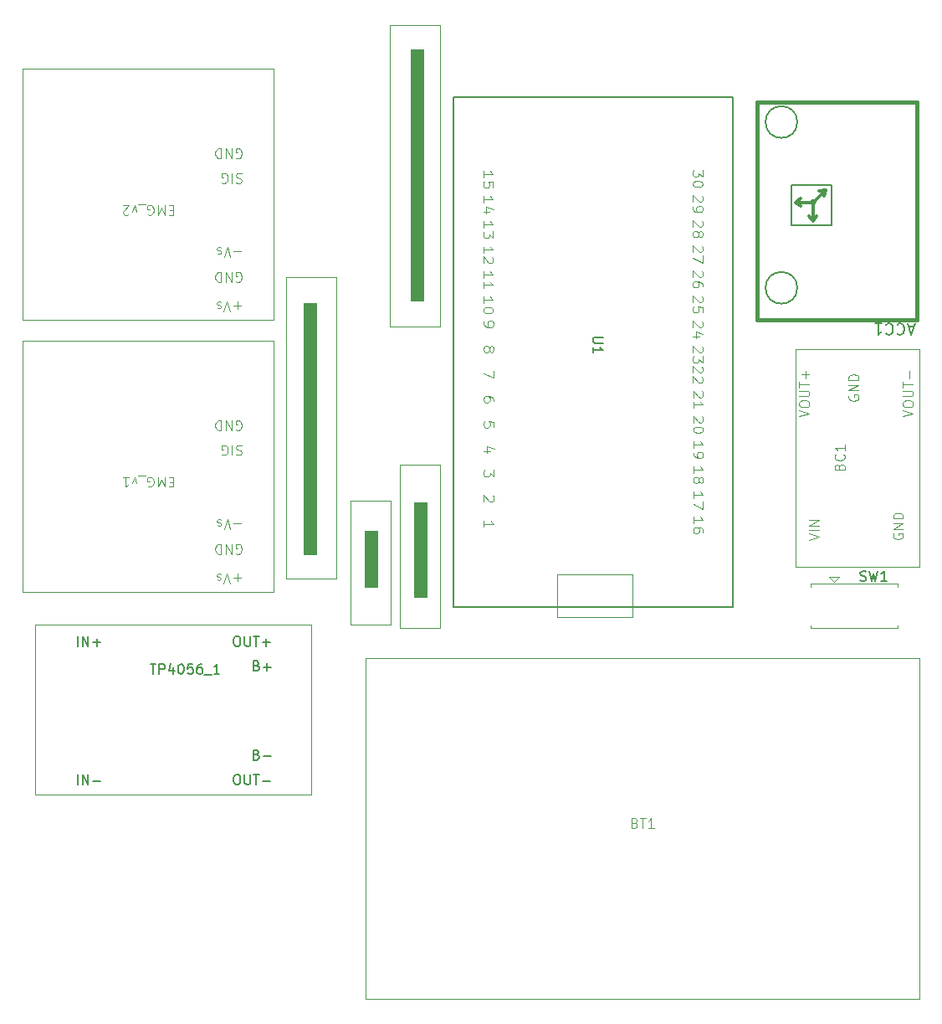
<source format=gbr>
%TF.GenerationSoftware,KiCad,Pcbnew,9.0.1*%
%TF.CreationDate,2025-05-14T15:59:23+08:00*%
%TF.ProjectId,emgPCB,656d6750-4342-42e6-9b69-6361645f7063,rev?*%
%TF.SameCoordinates,Original*%
%TF.FileFunction,Legend,Top*%
%TF.FilePolarity,Positive*%
%FSLAX46Y46*%
G04 Gerber Fmt 4.6, Leading zero omitted, Abs format (unit mm)*
G04 Created by KiCad (PCBNEW 9.0.1) date 2025-05-14 15:59:23*
%MOMM*%
%LPD*%
G01*
G04 APERTURE LIST*
%ADD10C,0.150000*%
%ADD11C,0.100000*%
%ADD12C,0.125000*%
%ADD13C,0.127000*%
%ADD14C,0.120000*%
%ADD15C,0.200000*%
%ADD16C,0.406400*%
%ADD17C,0.304800*%
G04 APERTURE END LIST*
D10*
X158997640Y-79323095D02*
X158188117Y-79323095D01*
X158188117Y-79323095D02*
X158092879Y-79370714D01*
X158092879Y-79370714D02*
X158045260Y-79418333D01*
X158045260Y-79418333D02*
X157997640Y-79513571D01*
X157997640Y-79513571D02*
X157997640Y-79704047D01*
X157997640Y-79704047D02*
X158045260Y-79799285D01*
X158045260Y-79799285D02*
X158092879Y-79846904D01*
X158092879Y-79846904D02*
X158188117Y-79894523D01*
X158188117Y-79894523D02*
X158997640Y-79894523D01*
X157997640Y-80894523D02*
X157997640Y-80323095D01*
X157997640Y-80608809D02*
X158997640Y-80608809D01*
X158997640Y-80608809D02*
X158854783Y-80513571D01*
X158854783Y-80513571D02*
X158759545Y-80418333D01*
X158759545Y-80418333D02*
X158711926Y-80323095D01*
D11*
X168142163Y-93019596D02*
X168142163Y-92391024D01*
X168142163Y-92705310D02*
X169142163Y-92705310D01*
X169142163Y-92705310D02*
X168999306Y-92600548D01*
X168999306Y-92600548D02*
X168904068Y-92495786D01*
X168904068Y-92495786D02*
X168856449Y-92391024D01*
X168713592Y-93648167D02*
X168761211Y-93543405D01*
X168761211Y-93543405D02*
X168808830Y-93491024D01*
X168808830Y-93491024D02*
X168904068Y-93438643D01*
X168904068Y-93438643D02*
X168951687Y-93438643D01*
X168951687Y-93438643D02*
X169046925Y-93491024D01*
X169046925Y-93491024D02*
X169094544Y-93543405D01*
X169094544Y-93543405D02*
X169142163Y-93648167D01*
X169142163Y-93648167D02*
X169142163Y-93857691D01*
X169142163Y-93857691D02*
X169094544Y-93962453D01*
X169094544Y-93962453D02*
X169046925Y-94014834D01*
X169046925Y-94014834D02*
X168951687Y-94067215D01*
X168951687Y-94067215D02*
X168904068Y-94067215D01*
X168904068Y-94067215D02*
X168808830Y-94014834D01*
X168808830Y-94014834D02*
X168761211Y-93962453D01*
X168761211Y-93962453D02*
X168713592Y-93857691D01*
X168713592Y-93857691D02*
X168713592Y-93648167D01*
X168713592Y-93648167D02*
X168665973Y-93543405D01*
X168665973Y-93543405D02*
X168618354Y-93491024D01*
X168618354Y-93491024D02*
X168523116Y-93438643D01*
X168523116Y-93438643D02*
X168332640Y-93438643D01*
X168332640Y-93438643D02*
X168237402Y-93491024D01*
X168237402Y-93491024D02*
X168189783Y-93543405D01*
X168189783Y-93543405D02*
X168142163Y-93648167D01*
X168142163Y-93648167D02*
X168142163Y-93857691D01*
X168142163Y-93857691D02*
X168189783Y-93962453D01*
X168189783Y-93962453D02*
X168237402Y-94014834D01*
X168237402Y-94014834D02*
X168332640Y-94067215D01*
X168332640Y-94067215D02*
X168523116Y-94067215D01*
X168523116Y-94067215D02*
X168618354Y-94014834D01*
X168618354Y-94014834D02*
X168665973Y-93962453D01*
X168665973Y-93962453D02*
X168713592Y-93857691D01*
X168142163Y-98099596D02*
X168142163Y-97471024D01*
X168142163Y-97785310D02*
X169142163Y-97785310D01*
X169142163Y-97785310D02*
X168999306Y-97680548D01*
X168999306Y-97680548D02*
X168904068Y-97575786D01*
X168904068Y-97575786D02*
X168856449Y-97471024D01*
X169142163Y-99042453D02*
X169142163Y-98832929D01*
X169142163Y-98832929D02*
X169094544Y-98728167D01*
X169094544Y-98728167D02*
X169046925Y-98675786D01*
X169046925Y-98675786D02*
X168904068Y-98571024D01*
X168904068Y-98571024D02*
X168713592Y-98518643D01*
X168713592Y-98518643D02*
X168332640Y-98518643D01*
X168332640Y-98518643D02*
X168237402Y-98571024D01*
X168237402Y-98571024D02*
X168189783Y-98623405D01*
X168189783Y-98623405D02*
X168142163Y-98728167D01*
X168142163Y-98728167D02*
X168142163Y-98937691D01*
X168142163Y-98937691D02*
X168189783Y-99042453D01*
X168189783Y-99042453D02*
X168237402Y-99094834D01*
X168237402Y-99094834D02*
X168332640Y-99147215D01*
X168332640Y-99147215D02*
X168570735Y-99147215D01*
X168570735Y-99147215D02*
X168665973Y-99094834D01*
X168665973Y-99094834D02*
X168713592Y-99042453D01*
X168713592Y-99042453D02*
X168761211Y-98937691D01*
X168761211Y-98937691D02*
X168761211Y-98728167D01*
X168761211Y-98728167D02*
X168713592Y-98623405D01*
X168713592Y-98623405D02*
X168665973Y-98571024D01*
X168665973Y-98571024D02*
X168570735Y-98518643D01*
X147843864Y-95330101D02*
X147891483Y-95382482D01*
X147891483Y-95382482D02*
X147939102Y-95487244D01*
X147939102Y-95487244D02*
X147939102Y-95749149D01*
X147939102Y-95749149D02*
X147891483Y-95853911D01*
X147891483Y-95853911D02*
X147843864Y-95906292D01*
X147843864Y-95906292D02*
X147748626Y-95958673D01*
X147748626Y-95958673D02*
X147653388Y-95958673D01*
X147653388Y-95958673D02*
X147510531Y-95906292D01*
X147510531Y-95906292D02*
X146939102Y-95277720D01*
X146939102Y-95277720D02*
X146939102Y-95958673D01*
X168985932Y-82275312D02*
X169033551Y-82327693D01*
X169033551Y-82327693D02*
X169081170Y-82432455D01*
X169081170Y-82432455D02*
X169081170Y-82694360D01*
X169081170Y-82694360D02*
X169033551Y-82799122D01*
X169033551Y-82799122D02*
X168985932Y-82851503D01*
X168985932Y-82851503D02*
X168890694Y-82903884D01*
X168890694Y-82903884D02*
X168795456Y-82903884D01*
X168795456Y-82903884D02*
X168652599Y-82851503D01*
X168652599Y-82851503D02*
X168081170Y-82222931D01*
X168081170Y-82222931D02*
X168081170Y-82903884D01*
X168985932Y-83322931D02*
X169033551Y-83375312D01*
X169033551Y-83375312D02*
X169081170Y-83480074D01*
X169081170Y-83480074D02*
X169081170Y-83741979D01*
X169081170Y-83741979D02*
X169033551Y-83846741D01*
X169033551Y-83846741D02*
X168985932Y-83899122D01*
X168985932Y-83899122D02*
X168890694Y-83951503D01*
X168890694Y-83951503D02*
X168795456Y-83951503D01*
X168795456Y-83951503D02*
X168652599Y-83899122D01*
X168652599Y-83899122D02*
X168081170Y-83270550D01*
X168081170Y-83270550D02*
X168081170Y-83951503D01*
X147933749Y-85805851D02*
X147933749Y-85596327D01*
X147933749Y-85596327D02*
X147886130Y-85491565D01*
X147886130Y-85491565D02*
X147838511Y-85439184D01*
X147838511Y-85439184D02*
X147695654Y-85334422D01*
X147695654Y-85334422D02*
X147505178Y-85282041D01*
X147505178Y-85282041D02*
X147124226Y-85282041D01*
X147124226Y-85282041D02*
X147028988Y-85334422D01*
X147028988Y-85334422D02*
X146981369Y-85386803D01*
X146981369Y-85386803D02*
X146933749Y-85491565D01*
X146933749Y-85491565D02*
X146933749Y-85701089D01*
X146933749Y-85701089D02*
X146981369Y-85805851D01*
X146981369Y-85805851D02*
X147028988Y-85858232D01*
X147028988Y-85858232D02*
X147124226Y-85910613D01*
X147124226Y-85910613D02*
X147362321Y-85910613D01*
X147362321Y-85910613D02*
X147457559Y-85858232D01*
X147457559Y-85858232D02*
X147505178Y-85805851D01*
X147505178Y-85805851D02*
X147552797Y-85701089D01*
X147552797Y-85701089D02*
X147552797Y-85491565D01*
X147552797Y-85491565D02*
X147505178Y-85386803D01*
X147505178Y-85386803D02*
X147457559Y-85334422D01*
X147457559Y-85334422D02*
X147362321Y-85282041D01*
X147933749Y-82689660D02*
X147933749Y-83422994D01*
X147933749Y-83422994D02*
X146933749Y-82951565D01*
X146878497Y-65691567D02*
X146878497Y-65062995D01*
X146878497Y-65377281D02*
X147878497Y-65377281D01*
X147878497Y-65377281D02*
X147735640Y-65272519D01*
X147735640Y-65272519D02*
X147640402Y-65167757D01*
X147640402Y-65167757D02*
X147592783Y-65062995D01*
X147545164Y-66634424D02*
X146878497Y-66634424D01*
X147926117Y-66372519D02*
X147211831Y-66110614D01*
X147211831Y-66110614D02*
X147211831Y-66791567D01*
X169081170Y-62406943D02*
X169081170Y-63087896D01*
X169081170Y-63087896D02*
X168700218Y-62721229D01*
X168700218Y-62721229D02*
X168700218Y-62878372D01*
X168700218Y-62878372D02*
X168652599Y-62983134D01*
X168652599Y-62983134D02*
X168604980Y-63035515D01*
X168604980Y-63035515D02*
X168509742Y-63087896D01*
X168509742Y-63087896D02*
X168271647Y-63087896D01*
X168271647Y-63087896D02*
X168176409Y-63035515D01*
X168176409Y-63035515D02*
X168128790Y-62983134D01*
X168128790Y-62983134D02*
X168081170Y-62878372D01*
X168081170Y-62878372D02*
X168081170Y-62564086D01*
X168081170Y-62564086D02*
X168128790Y-62459324D01*
X168128790Y-62459324D02*
X168176409Y-62406943D01*
X169081170Y-63768848D02*
X169081170Y-63873610D01*
X169081170Y-63873610D02*
X169033551Y-63978372D01*
X169033551Y-63978372D02*
X168985932Y-64030753D01*
X168985932Y-64030753D02*
X168890694Y-64083134D01*
X168890694Y-64083134D02*
X168700218Y-64135515D01*
X168700218Y-64135515D02*
X168462123Y-64135515D01*
X168462123Y-64135515D02*
X168271647Y-64083134D01*
X168271647Y-64083134D02*
X168176409Y-64030753D01*
X168176409Y-64030753D02*
X168128790Y-63978372D01*
X168128790Y-63978372D02*
X168081170Y-63873610D01*
X168081170Y-63873610D02*
X168081170Y-63768848D01*
X168081170Y-63768848D02*
X168128790Y-63664086D01*
X168128790Y-63664086D02*
X168176409Y-63611705D01*
X168176409Y-63611705D02*
X168271647Y-63559324D01*
X168271647Y-63559324D02*
X168462123Y-63506943D01*
X168462123Y-63506943D02*
X168700218Y-63506943D01*
X168700218Y-63506943D02*
X168890694Y-63559324D01*
X168890694Y-63559324D02*
X168985932Y-63611705D01*
X168985932Y-63611705D02*
X169033551Y-63664086D01*
X169033551Y-63664086D02*
X169081170Y-63768848D01*
X168142163Y-90479596D02*
X168142163Y-89851024D01*
X168142163Y-90165310D02*
X169142163Y-90165310D01*
X169142163Y-90165310D02*
X168999306Y-90060548D01*
X168999306Y-90060548D02*
X168904068Y-89955786D01*
X168904068Y-89955786D02*
X168856449Y-89851024D01*
X168142163Y-91003405D02*
X168142163Y-91212929D01*
X168142163Y-91212929D02*
X168189783Y-91317691D01*
X168189783Y-91317691D02*
X168237402Y-91370072D01*
X168237402Y-91370072D02*
X168380259Y-91474834D01*
X168380259Y-91474834D02*
X168570735Y-91527215D01*
X168570735Y-91527215D02*
X168951687Y-91527215D01*
X168951687Y-91527215D02*
X169046925Y-91474834D01*
X169046925Y-91474834D02*
X169094544Y-91422453D01*
X169094544Y-91422453D02*
X169142163Y-91317691D01*
X169142163Y-91317691D02*
X169142163Y-91108167D01*
X169142163Y-91108167D02*
X169094544Y-91003405D01*
X169094544Y-91003405D02*
X169046925Y-90951024D01*
X169046925Y-90951024D02*
X168951687Y-90898643D01*
X168951687Y-90898643D02*
X168713592Y-90898643D01*
X168713592Y-90898643D02*
X168618354Y-90951024D01*
X168618354Y-90951024D02*
X168570735Y-91003405D01*
X168570735Y-91003405D02*
X168523116Y-91108167D01*
X168523116Y-91108167D02*
X168523116Y-91317691D01*
X168523116Y-91317691D02*
X168570735Y-91422453D01*
X168570735Y-91422453D02*
X168618354Y-91474834D01*
X168618354Y-91474834D02*
X168713592Y-91527215D01*
X146878497Y-68231567D02*
X146878497Y-67602995D01*
X146878497Y-67917281D02*
X147878497Y-67917281D01*
X147878497Y-67917281D02*
X147735640Y-67812519D01*
X147735640Y-67812519D02*
X147640402Y-67707757D01*
X147640402Y-67707757D02*
X147592783Y-67602995D01*
X147878497Y-68598233D02*
X147878497Y-69279186D01*
X147878497Y-69279186D02*
X147497545Y-68912519D01*
X147497545Y-68912519D02*
X147497545Y-69069662D01*
X147497545Y-69069662D02*
X147449926Y-69174424D01*
X147449926Y-69174424D02*
X147402307Y-69226805D01*
X147402307Y-69226805D02*
X147307069Y-69279186D01*
X147307069Y-69279186D02*
X147068974Y-69279186D01*
X147068974Y-69279186D02*
X146973736Y-69226805D01*
X146973736Y-69226805D02*
X146926117Y-69174424D01*
X146926117Y-69174424D02*
X146878497Y-69069662D01*
X146878497Y-69069662D02*
X146878497Y-68755376D01*
X146878497Y-68755376D02*
X146926117Y-68650614D01*
X146926117Y-68650614D02*
X146973736Y-68598233D01*
X169046925Y-84771024D02*
X169094544Y-84823405D01*
X169094544Y-84823405D02*
X169142163Y-84928167D01*
X169142163Y-84928167D02*
X169142163Y-85190072D01*
X169142163Y-85190072D02*
X169094544Y-85294834D01*
X169094544Y-85294834D02*
X169046925Y-85347215D01*
X169046925Y-85347215D02*
X168951687Y-85399596D01*
X168951687Y-85399596D02*
X168856449Y-85399596D01*
X168856449Y-85399596D02*
X168713592Y-85347215D01*
X168713592Y-85347215D02*
X168142163Y-84718643D01*
X168142163Y-84718643D02*
X168142163Y-85399596D01*
X168142163Y-86447215D02*
X168142163Y-85818643D01*
X168142163Y-86132929D02*
X169142163Y-86132929D01*
X169142163Y-86132929D02*
X168999306Y-86028167D01*
X168999306Y-86028167D02*
X168904068Y-85923405D01*
X168904068Y-85923405D02*
X168856449Y-85818643D01*
X168985932Y-67539324D02*
X169033551Y-67591705D01*
X169033551Y-67591705D02*
X169081170Y-67696467D01*
X169081170Y-67696467D02*
X169081170Y-67958372D01*
X169081170Y-67958372D02*
X169033551Y-68063134D01*
X169033551Y-68063134D02*
X168985932Y-68115515D01*
X168985932Y-68115515D02*
X168890694Y-68167896D01*
X168890694Y-68167896D02*
X168795456Y-68167896D01*
X168795456Y-68167896D02*
X168652599Y-68115515D01*
X168652599Y-68115515D02*
X168081170Y-67486943D01*
X168081170Y-67486943D02*
X168081170Y-68167896D01*
X168652599Y-68796467D02*
X168700218Y-68691705D01*
X168700218Y-68691705D02*
X168747837Y-68639324D01*
X168747837Y-68639324D02*
X168843075Y-68586943D01*
X168843075Y-68586943D02*
X168890694Y-68586943D01*
X168890694Y-68586943D02*
X168985932Y-68639324D01*
X168985932Y-68639324D02*
X169033551Y-68691705D01*
X169033551Y-68691705D02*
X169081170Y-68796467D01*
X169081170Y-68796467D02*
X169081170Y-69005991D01*
X169081170Y-69005991D02*
X169033551Y-69110753D01*
X169033551Y-69110753D02*
X168985932Y-69163134D01*
X168985932Y-69163134D02*
X168890694Y-69215515D01*
X168890694Y-69215515D02*
X168843075Y-69215515D01*
X168843075Y-69215515D02*
X168747837Y-69163134D01*
X168747837Y-69163134D02*
X168700218Y-69110753D01*
X168700218Y-69110753D02*
X168652599Y-69005991D01*
X168652599Y-69005991D02*
X168652599Y-68796467D01*
X168652599Y-68796467D02*
X168604980Y-68691705D01*
X168604980Y-68691705D02*
X168557361Y-68639324D01*
X168557361Y-68639324D02*
X168462123Y-68586943D01*
X168462123Y-68586943D02*
X168271647Y-68586943D01*
X168271647Y-68586943D02*
X168176409Y-68639324D01*
X168176409Y-68639324D02*
X168128790Y-68691705D01*
X168128790Y-68691705D02*
X168081170Y-68796467D01*
X168081170Y-68796467D02*
X168081170Y-69005991D01*
X168081170Y-69005991D02*
X168128790Y-69110753D01*
X168128790Y-69110753D02*
X168176409Y-69163134D01*
X168176409Y-69163134D02*
X168271647Y-69215515D01*
X168271647Y-69215515D02*
X168462123Y-69215515D01*
X168462123Y-69215515D02*
X168557361Y-69163134D01*
X168557361Y-69163134D02*
X168604980Y-69110753D01*
X168604980Y-69110753D02*
X168652599Y-69005991D01*
X147600416Y-90885851D02*
X146933749Y-90885851D01*
X147981369Y-90623946D02*
X147267083Y-90362041D01*
X147267083Y-90362041D02*
X147267083Y-91042994D01*
X168985932Y-70079324D02*
X169033551Y-70131705D01*
X169033551Y-70131705D02*
X169081170Y-70236467D01*
X169081170Y-70236467D02*
X169081170Y-70498372D01*
X169081170Y-70498372D02*
X169033551Y-70603134D01*
X169033551Y-70603134D02*
X168985932Y-70655515D01*
X168985932Y-70655515D02*
X168890694Y-70707896D01*
X168890694Y-70707896D02*
X168795456Y-70707896D01*
X168795456Y-70707896D02*
X168652599Y-70655515D01*
X168652599Y-70655515D02*
X168081170Y-70026943D01*
X168081170Y-70026943D02*
X168081170Y-70707896D01*
X169081170Y-71074562D02*
X169081170Y-71807896D01*
X169081170Y-71807896D02*
X168081170Y-71336467D01*
X168985932Y-75159324D02*
X169033551Y-75211705D01*
X169033551Y-75211705D02*
X169081170Y-75316467D01*
X169081170Y-75316467D02*
X169081170Y-75578372D01*
X169081170Y-75578372D02*
X169033551Y-75683134D01*
X169033551Y-75683134D02*
X168985932Y-75735515D01*
X168985932Y-75735515D02*
X168890694Y-75787896D01*
X168890694Y-75787896D02*
X168795456Y-75787896D01*
X168795456Y-75787896D02*
X168652599Y-75735515D01*
X168652599Y-75735515D02*
X168081170Y-75106943D01*
X168081170Y-75106943D02*
X168081170Y-75787896D01*
X169081170Y-76783134D02*
X169081170Y-76259324D01*
X169081170Y-76259324D02*
X168604980Y-76206943D01*
X168604980Y-76206943D02*
X168652599Y-76259324D01*
X168652599Y-76259324D02*
X168700218Y-76364086D01*
X168700218Y-76364086D02*
X168700218Y-76625991D01*
X168700218Y-76625991D02*
X168652599Y-76730753D01*
X168652599Y-76730753D02*
X168604980Y-76783134D01*
X168604980Y-76783134D02*
X168509742Y-76835515D01*
X168509742Y-76835515D02*
X168271647Y-76835515D01*
X168271647Y-76835515D02*
X168176409Y-76783134D01*
X168176409Y-76783134D02*
X168128790Y-76730753D01*
X168128790Y-76730753D02*
X168081170Y-76625991D01*
X168081170Y-76625991D02*
X168081170Y-76364086D01*
X168081170Y-76364086D02*
X168128790Y-76259324D01*
X168128790Y-76259324D02*
X168176409Y-76206943D01*
X146939102Y-98498673D02*
X146939102Y-97870101D01*
X146939102Y-98184387D02*
X147939102Y-98184387D01*
X147939102Y-98184387D02*
X147796245Y-98079625D01*
X147796245Y-98079625D02*
X147701007Y-97974863D01*
X147701007Y-97974863D02*
X147653388Y-97870101D01*
X146933749Y-77766803D02*
X146933749Y-77976327D01*
X146933749Y-77976327D02*
X146981369Y-78081089D01*
X146981369Y-78081089D02*
X147028988Y-78133470D01*
X147028988Y-78133470D02*
X147171845Y-78238232D01*
X147171845Y-78238232D02*
X147362321Y-78290613D01*
X147362321Y-78290613D02*
X147743273Y-78290613D01*
X147743273Y-78290613D02*
X147838511Y-78238232D01*
X147838511Y-78238232D02*
X147886130Y-78185851D01*
X147886130Y-78185851D02*
X147933749Y-78081089D01*
X147933749Y-78081089D02*
X147933749Y-77871565D01*
X147933749Y-77871565D02*
X147886130Y-77766803D01*
X147886130Y-77766803D02*
X147838511Y-77714422D01*
X147838511Y-77714422D02*
X147743273Y-77662041D01*
X147743273Y-77662041D02*
X147505178Y-77662041D01*
X147505178Y-77662041D02*
X147409940Y-77714422D01*
X147409940Y-77714422D02*
X147362321Y-77766803D01*
X147362321Y-77766803D02*
X147314702Y-77871565D01*
X147314702Y-77871565D02*
X147314702Y-78081089D01*
X147314702Y-78081089D02*
X147362321Y-78185851D01*
X147362321Y-78185851D02*
X147409940Y-78238232D01*
X147409940Y-78238232D02*
X147505178Y-78290613D01*
X168142163Y-95559596D02*
X168142163Y-94931024D01*
X168142163Y-95245310D02*
X169142163Y-95245310D01*
X169142163Y-95245310D02*
X168999306Y-95140548D01*
X168999306Y-95140548D02*
X168904068Y-95035786D01*
X168904068Y-95035786D02*
X168856449Y-94931024D01*
X169142163Y-95926262D02*
X169142163Y-96659596D01*
X169142163Y-96659596D02*
X168142163Y-96188167D01*
X168985932Y-80239324D02*
X169033551Y-80291705D01*
X169033551Y-80291705D02*
X169081170Y-80396467D01*
X169081170Y-80396467D02*
X169081170Y-80658372D01*
X169081170Y-80658372D02*
X169033551Y-80763134D01*
X169033551Y-80763134D02*
X168985932Y-80815515D01*
X168985932Y-80815515D02*
X168890694Y-80867896D01*
X168890694Y-80867896D02*
X168795456Y-80867896D01*
X168795456Y-80867896D02*
X168652599Y-80815515D01*
X168652599Y-80815515D02*
X168081170Y-80186943D01*
X168081170Y-80186943D02*
X168081170Y-80867896D01*
X169081170Y-81234562D02*
X169081170Y-81915515D01*
X169081170Y-81915515D02*
X168700218Y-81548848D01*
X168700218Y-81548848D02*
X168700218Y-81705991D01*
X168700218Y-81705991D02*
X168652599Y-81810753D01*
X168652599Y-81810753D02*
X168604980Y-81863134D01*
X168604980Y-81863134D02*
X168509742Y-81915515D01*
X168509742Y-81915515D02*
X168271647Y-81915515D01*
X168271647Y-81915515D02*
X168176409Y-81863134D01*
X168176409Y-81863134D02*
X168128790Y-81810753D01*
X168128790Y-81810753D02*
X168081170Y-81705991D01*
X168081170Y-81705991D02*
X168081170Y-81391705D01*
X168081170Y-81391705D02*
X168128790Y-81286943D01*
X168128790Y-81286943D02*
X168176409Y-81234562D01*
D12*
X146879797Y-70788014D02*
X146879797Y-70159442D01*
X146879797Y-70473728D02*
X147879797Y-70473728D01*
X147879797Y-70473728D02*
X147736940Y-70368966D01*
X147736940Y-70368966D02*
X147641702Y-70264204D01*
X147641702Y-70264204D02*
X147594083Y-70159442D01*
X147784559Y-71207061D02*
X147832178Y-71259442D01*
X147832178Y-71259442D02*
X147879797Y-71364204D01*
X147879797Y-71364204D02*
X147879797Y-71626109D01*
X147879797Y-71626109D02*
X147832178Y-71730871D01*
X147832178Y-71730871D02*
X147784559Y-71783252D01*
X147784559Y-71783252D02*
X147689321Y-71835633D01*
X147689321Y-71835633D02*
X147594083Y-71835633D01*
X147594083Y-71835633D02*
X147451226Y-71783252D01*
X147451226Y-71783252D02*
X146879797Y-71154680D01*
X146879797Y-71154680D02*
X146879797Y-71835633D01*
D11*
X168985932Y-72619324D02*
X169033551Y-72671705D01*
X169033551Y-72671705D02*
X169081170Y-72776467D01*
X169081170Y-72776467D02*
X169081170Y-73038372D01*
X169081170Y-73038372D02*
X169033551Y-73143134D01*
X169033551Y-73143134D02*
X168985932Y-73195515D01*
X168985932Y-73195515D02*
X168890694Y-73247896D01*
X168890694Y-73247896D02*
X168795456Y-73247896D01*
X168795456Y-73247896D02*
X168652599Y-73195515D01*
X168652599Y-73195515D02*
X168081170Y-72566943D01*
X168081170Y-72566943D02*
X168081170Y-73247896D01*
X169081170Y-74190753D02*
X169081170Y-73981229D01*
X169081170Y-73981229D02*
X169033551Y-73876467D01*
X169033551Y-73876467D02*
X168985932Y-73824086D01*
X168985932Y-73824086D02*
X168843075Y-73719324D01*
X168843075Y-73719324D02*
X168652599Y-73666943D01*
X168652599Y-73666943D02*
X168271647Y-73666943D01*
X168271647Y-73666943D02*
X168176409Y-73719324D01*
X168176409Y-73719324D02*
X168128790Y-73771705D01*
X168128790Y-73771705D02*
X168081170Y-73876467D01*
X168081170Y-73876467D02*
X168081170Y-74085991D01*
X168081170Y-74085991D02*
X168128790Y-74190753D01*
X168128790Y-74190753D02*
X168176409Y-74243134D01*
X168176409Y-74243134D02*
X168271647Y-74295515D01*
X168271647Y-74295515D02*
X168509742Y-74295515D01*
X168509742Y-74295515D02*
X168604980Y-74243134D01*
X168604980Y-74243134D02*
X168652599Y-74190753D01*
X168652599Y-74190753D02*
X168700218Y-74085991D01*
X168700218Y-74085991D02*
X168700218Y-73876467D01*
X168700218Y-73876467D02*
X168652599Y-73771705D01*
X168652599Y-73771705D02*
X168604980Y-73719324D01*
X168604980Y-73719324D02*
X168509742Y-73666943D01*
X168985932Y-64999324D02*
X169033551Y-65051705D01*
X169033551Y-65051705D02*
X169081170Y-65156467D01*
X169081170Y-65156467D02*
X169081170Y-65418372D01*
X169081170Y-65418372D02*
X169033551Y-65523134D01*
X169033551Y-65523134D02*
X168985932Y-65575515D01*
X168985932Y-65575515D02*
X168890694Y-65627896D01*
X168890694Y-65627896D02*
X168795456Y-65627896D01*
X168795456Y-65627896D02*
X168652599Y-65575515D01*
X168652599Y-65575515D02*
X168081170Y-64946943D01*
X168081170Y-64946943D02*
X168081170Y-65627896D01*
X168081170Y-66151705D02*
X168081170Y-66361229D01*
X168081170Y-66361229D02*
X168128790Y-66465991D01*
X168128790Y-66465991D02*
X168176409Y-66518372D01*
X168176409Y-66518372D02*
X168319266Y-66623134D01*
X168319266Y-66623134D02*
X168509742Y-66675515D01*
X168509742Y-66675515D02*
X168890694Y-66675515D01*
X168890694Y-66675515D02*
X168985932Y-66623134D01*
X168985932Y-66623134D02*
X169033551Y-66570753D01*
X169033551Y-66570753D02*
X169081170Y-66465991D01*
X169081170Y-66465991D02*
X169081170Y-66256467D01*
X169081170Y-66256467D02*
X169033551Y-66151705D01*
X169033551Y-66151705D02*
X168985932Y-66099324D01*
X168985932Y-66099324D02*
X168890694Y-66046943D01*
X168890694Y-66046943D02*
X168652599Y-66046943D01*
X168652599Y-66046943D02*
X168557361Y-66099324D01*
X168557361Y-66099324D02*
X168509742Y-66151705D01*
X168509742Y-66151705D02*
X168462123Y-66256467D01*
X168462123Y-66256467D02*
X168462123Y-66465991D01*
X168462123Y-66465991D02*
X168509742Y-66570753D01*
X168509742Y-66570753D02*
X168557361Y-66623134D01*
X168557361Y-66623134D02*
X168652599Y-66675515D01*
X147505178Y-80411565D02*
X147552797Y-80306803D01*
X147552797Y-80306803D02*
X147600416Y-80254422D01*
X147600416Y-80254422D02*
X147695654Y-80202041D01*
X147695654Y-80202041D02*
X147743273Y-80202041D01*
X147743273Y-80202041D02*
X147838511Y-80254422D01*
X147838511Y-80254422D02*
X147886130Y-80306803D01*
X147886130Y-80306803D02*
X147933749Y-80411565D01*
X147933749Y-80411565D02*
X147933749Y-80621089D01*
X147933749Y-80621089D02*
X147886130Y-80725851D01*
X147886130Y-80725851D02*
X147838511Y-80778232D01*
X147838511Y-80778232D02*
X147743273Y-80830613D01*
X147743273Y-80830613D02*
X147695654Y-80830613D01*
X147695654Y-80830613D02*
X147600416Y-80778232D01*
X147600416Y-80778232D02*
X147552797Y-80725851D01*
X147552797Y-80725851D02*
X147505178Y-80621089D01*
X147505178Y-80621089D02*
X147505178Y-80411565D01*
X147505178Y-80411565D02*
X147457559Y-80306803D01*
X147457559Y-80306803D02*
X147409940Y-80254422D01*
X147409940Y-80254422D02*
X147314702Y-80202041D01*
X147314702Y-80202041D02*
X147124226Y-80202041D01*
X147124226Y-80202041D02*
X147028988Y-80254422D01*
X147028988Y-80254422D02*
X146981369Y-80306803D01*
X146981369Y-80306803D02*
X146933749Y-80411565D01*
X146933749Y-80411565D02*
X146933749Y-80621089D01*
X146933749Y-80621089D02*
X146981369Y-80725851D01*
X146981369Y-80725851D02*
X147028988Y-80778232D01*
X147028988Y-80778232D02*
X147124226Y-80830613D01*
X147124226Y-80830613D02*
X147314702Y-80830613D01*
X147314702Y-80830613D02*
X147409940Y-80778232D01*
X147409940Y-80778232D02*
X147457559Y-80725851D01*
X147457559Y-80725851D02*
X147505178Y-80621089D01*
X146878497Y-73311567D02*
X146878497Y-72682995D01*
X146878497Y-72997281D02*
X147878497Y-72997281D01*
X147878497Y-72997281D02*
X147735640Y-72892519D01*
X147735640Y-72892519D02*
X147640402Y-72787757D01*
X147640402Y-72787757D02*
X147592783Y-72682995D01*
X146878497Y-74359186D02*
X146878497Y-73730614D01*
X146878497Y-74044900D02*
X147878497Y-74044900D01*
X147878497Y-74044900D02*
X147735640Y-73940138D01*
X147735640Y-73940138D02*
X147640402Y-73835376D01*
X147640402Y-73835376D02*
X147592783Y-73730614D01*
X169046925Y-87311024D02*
X169094544Y-87363405D01*
X169094544Y-87363405D02*
X169142163Y-87468167D01*
X169142163Y-87468167D02*
X169142163Y-87730072D01*
X169142163Y-87730072D02*
X169094544Y-87834834D01*
X169094544Y-87834834D02*
X169046925Y-87887215D01*
X169046925Y-87887215D02*
X168951687Y-87939596D01*
X168951687Y-87939596D02*
X168856449Y-87939596D01*
X168856449Y-87939596D02*
X168713592Y-87887215D01*
X168713592Y-87887215D02*
X168142163Y-87258643D01*
X168142163Y-87258643D02*
X168142163Y-87939596D01*
X169142163Y-88620548D02*
X169142163Y-88725310D01*
X169142163Y-88725310D02*
X169094544Y-88830072D01*
X169094544Y-88830072D02*
X169046925Y-88882453D01*
X169046925Y-88882453D02*
X168951687Y-88934834D01*
X168951687Y-88934834D02*
X168761211Y-88987215D01*
X168761211Y-88987215D02*
X168523116Y-88987215D01*
X168523116Y-88987215D02*
X168332640Y-88934834D01*
X168332640Y-88934834D02*
X168237402Y-88882453D01*
X168237402Y-88882453D02*
X168189783Y-88830072D01*
X168189783Y-88830072D02*
X168142163Y-88725310D01*
X168142163Y-88725310D02*
X168142163Y-88620548D01*
X168142163Y-88620548D02*
X168189783Y-88515786D01*
X168189783Y-88515786D02*
X168237402Y-88463405D01*
X168237402Y-88463405D02*
X168332640Y-88411024D01*
X168332640Y-88411024D02*
X168523116Y-88358643D01*
X168523116Y-88358643D02*
X168761211Y-88358643D01*
X168761211Y-88358643D02*
X168951687Y-88411024D01*
X168951687Y-88411024D02*
X169046925Y-88463405D01*
X169046925Y-88463405D02*
X169094544Y-88515786D01*
X169094544Y-88515786D02*
X169142163Y-88620548D01*
X147939102Y-92737720D02*
X147939102Y-93418673D01*
X147939102Y-93418673D02*
X147558150Y-93052006D01*
X147558150Y-93052006D02*
X147558150Y-93209149D01*
X147558150Y-93209149D02*
X147510531Y-93313911D01*
X147510531Y-93313911D02*
X147462912Y-93366292D01*
X147462912Y-93366292D02*
X147367674Y-93418673D01*
X147367674Y-93418673D02*
X147129579Y-93418673D01*
X147129579Y-93418673D02*
X147034341Y-93366292D01*
X147034341Y-93366292D02*
X146986722Y-93313911D01*
X146986722Y-93313911D02*
X146939102Y-93209149D01*
X146939102Y-93209149D02*
X146939102Y-92894863D01*
X146939102Y-92894863D02*
X146986722Y-92790101D01*
X146986722Y-92790101D02*
X147034341Y-92737720D01*
X147933749Y-88398232D02*
X147933749Y-87874422D01*
X147933749Y-87874422D02*
X147457559Y-87822041D01*
X147457559Y-87822041D02*
X147505178Y-87874422D01*
X147505178Y-87874422D02*
X147552797Y-87979184D01*
X147552797Y-87979184D02*
X147552797Y-88241089D01*
X147552797Y-88241089D02*
X147505178Y-88345851D01*
X147505178Y-88345851D02*
X147457559Y-88398232D01*
X147457559Y-88398232D02*
X147362321Y-88450613D01*
X147362321Y-88450613D02*
X147124226Y-88450613D01*
X147124226Y-88450613D02*
X147028988Y-88398232D01*
X147028988Y-88398232D02*
X146981369Y-88345851D01*
X146981369Y-88345851D02*
X146933749Y-88241089D01*
X146933749Y-88241089D02*
X146933749Y-87979184D01*
X146933749Y-87979184D02*
X146981369Y-87874422D01*
X146981369Y-87874422D02*
X147028988Y-87822041D01*
X146878497Y-75851567D02*
X146878497Y-75222995D01*
X146878497Y-75537281D02*
X147878497Y-75537281D01*
X147878497Y-75537281D02*
X147735640Y-75432519D01*
X147735640Y-75432519D02*
X147640402Y-75327757D01*
X147640402Y-75327757D02*
X147592783Y-75222995D01*
X147878497Y-76532519D02*
X147878497Y-76637281D01*
X147878497Y-76637281D02*
X147830878Y-76742043D01*
X147830878Y-76742043D02*
X147783259Y-76794424D01*
X147783259Y-76794424D02*
X147688021Y-76846805D01*
X147688021Y-76846805D02*
X147497545Y-76899186D01*
X147497545Y-76899186D02*
X147259450Y-76899186D01*
X147259450Y-76899186D02*
X147068974Y-76846805D01*
X147068974Y-76846805D02*
X146973736Y-76794424D01*
X146973736Y-76794424D02*
X146926117Y-76742043D01*
X146926117Y-76742043D02*
X146878497Y-76637281D01*
X146878497Y-76637281D02*
X146878497Y-76532519D01*
X146878497Y-76532519D02*
X146926117Y-76427757D01*
X146926117Y-76427757D02*
X146973736Y-76375376D01*
X146973736Y-76375376D02*
X147068974Y-76322995D01*
X147068974Y-76322995D02*
X147259450Y-76270614D01*
X147259450Y-76270614D02*
X147497545Y-76270614D01*
X147497545Y-76270614D02*
X147688021Y-76322995D01*
X147688021Y-76322995D02*
X147783259Y-76375376D01*
X147783259Y-76375376D02*
X147830878Y-76427757D01*
X147830878Y-76427757D02*
X147878497Y-76532519D01*
X146878497Y-63151567D02*
X146878497Y-62522995D01*
X146878497Y-62837281D02*
X147878497Y-62837281D01*
X147878497Y-62837281D02*
X147735640Y-62732519D01*
X147735640Y-62732519D02*
X147640402Y-62627757D01*
X147640402Y-62627757D02*
X147592783Y-62522995D01*
X147878497Y-64146805D02*
X147878497Y-63622995D01*
X147878497Y-63622995D02*
X147402307Y-63570614D01*
X147402307Y-63570614D02*
X147449926Y-63622995D01*
X147449926Y-63622995D02*
X147497545Y-63727757D01*
X147497545Y-63727757D02*
X147497545Y-63989662D01*
X147497545Y-63989662D02*
X147449926Y-64094424D01*
X147449926Y-64094424D02*
X147402307Y-64146805D01*
X147402307Y-64146805D02*
X147307069Y-64199186D01*
X147307069Y-64199186D02*
X147068974Y-64199186D01*
X147068974Y-64199186D02*
X146973736Y-64146805D01*
X146973736Y-64146805D02*
X146926117Y-64094424D01*
X146926117Y-64094424D02*
X146878497Y-63989662D01*
X146878497Y-63989662D02*
X146878497Y-63727757D01*
X146878497Y-63727757D02*
X146926117Y-63622995D01*
X146926117Y-63622995D02*
X146973736Y-63570614D01*
X168985932Y-77699324D02*
X169033551Y-77751705D01*
X169033551Y-77751705D02*
X169081170Y-77856467D01*
X169081170Y-77856467D02*
X169081170Y-78118372D01*
X169081170Y-78118372D02*
X169033551Y-78223134D01*
X169033551Y-78223134D02*
X168985932Y-78275515D01*
X168985932Y-78275515D02*
X168890694Y-78327896D01*
X168890694Y-78327896D02*
X168795456Y-78327896D01*
X168795456Y-78327896D02*
X168652599Y-78275515D01*
X168652599Y-78275515D02*
X168081170Y-77646943D01*
X168081170Y-77646943D02*
X168081170Y-78327896D01*
X168747837Y-79270753D02*
X168081170Y-79270753D01*
X169128790Y-79008848D02*
X168414504Y-78746943D01*
X168414504Y-78746943D02*
X168414504Y-79427896D01*
D10*
X185056667Y-103917200D02*
X185199524Y-103964819D01*
X185199524Y-103964819D02*
X185437619Y-103964819D01*
X185437619Y-103964819D02*
X185532857Y-103917200D01*
X185532857Y-103917200D02*
X185580476Y-103869580D01*
X185580476Y-103869580D02*
X185628095Y-103774342D01*
X185628095Y-103774342D02*
X185628095Y-103679104D01*
X185628095Y-103679104D02*
X185580476Y-103583866D01*
X185580476Y-103583866D02*
X185532857Y-103536247D01*
X185532857Y-103536247D02*
X185437619Y-103488628D01*
X185437619Y-103488628D02*
X185247143Y-103441009D01*
X185247143Y-103441009D02*
X185151905Y-103393390D01*
X185151905Y-103393390D02*
X185104286Y-103345771D01*
X185104286Y-103345771D02*
X185056667Y-103250533D01*
X185056667Y-103250533D02*
X185056667Y-103155295D01*
X185056667Y-103155295D02*
X185104286Y-103060057D01*
X185104286Y-103060057D02*
X185151905Y-103012438D01*
X185151905Y-103012438D02*
X185247143Y-102964819D01*
X185247143Y-102964819D02*
X185485238Y-102964819D01*
X185485238Y-102964819D02*
X185628095Y-103012438D01*
X185961429Y-102964819D02*
X186199524Y-103964819D01*
X186199524Y-103964819D02*
X186390000Y-103250533D01*
X186390000Y-103250533D02*
X186580476Y-103964819D01*
X186580476Y-103964819D02*
X186818572Y-102964819D01*
X187723333Y-103964819D02*
X187151905Y-103964819D01*
X187437619Y-103964819D02*
X187437619Y-102964819D01*
X187437619Y-102964819D02*
X187342381Y-103107676D01*
X187342381Y-103107676D02*
X187247143Y-103202914D01*
X187247143Y-103202914D02*
X187151905Y-103250533D01*
D11*
X182933609Y-92404761D02*
X182981228Y-92261904D01*
X182981228Y-92261904D02*
X183028847Y-92214285D01*
X183028847Y-92214285D02*
X183124085Y-92166666D01*
X183124085Y-92166666D02*
X183266942Y-92166666D01*
X183266942Y-92166666D02*
X183362180Y-92214285D01*
X183362180Y-92214285D02*
X183409800Y-92261904D01*
X183409800Y-92261904D02*
X183457419Y-92357142D01*
X183457419Y-92357142D02*
X183457419Y-92738094D01*
X183457419Y-92738094D02*
X182457419Y-92738094D01*
X182457419Y-92738094D02*
X182457419Y-92404761D01*
X182457419Y-92404761D02*
X182505038Y-92309523D01*
X182505038Y-92309523D02*
X182552657Y-92261904D01*
X182552657Y-92261904D02*
X182647895Y-92214285D01*
X182647895Y-92214285D02*
X182743133Y-92214285D01*
X182743133Y-92214285D02*
X182838371Y-92261904D01*
X182838371Y-92261904D02*
X182885990Y-92309523D01*
X182885990Y-92309523D02*
X182933609Y-92404761D01*
X182933609Y-92404761D02*
X182933609Y-92738094D01*
X183362180Y-91166666D02*
X183409800Y-91214285D01*
X183409800Y-91214285D02*
X183457419Y-91357142D01*
X183457419Y-91357142D02*
X183457419Y-91452380D01*
X183457419Y-91452380D02*
X183409800Y-91595237D01*
X183409800Y-91595237D02*
X183314561Y-91690475D01*
X183314561Y-91690475D02*
X183219323Y-91738094D01*
X183219323Y-91738094D02*
X183028847Y-91785713D01*
X183028847Y-91785713D02*
X182885990Y-91785713D01*
X182885990Y-91785713D02*
X182695514Y-91738094D01*
X182695514Y-91738094D02*
X182600276Y-91690475D01*
X182600276Y-91690475D02*
X182505038Y-91595237D01*
X182505038Y-91595237D02*
X182457419Y-91452380D01*
X182457419Y-91452380D02*
X182457419Y-91357142D01*
X182457419Y-91357142D02*
X182505038Y-91214285D01*
X182505038Y-91214285D02*
X182552657Y-91166666D01*
X183457419Y-90214285D02*
X183457419Y-90785713D01*
X183457419Y-90499999D02*
X182457419Y-90499999D01*
X182457419Y-90499999D02*
X182600276Y-90595237D01*
X182600276Y-90595237D02*
X182695514Y-90690475D01*
X182695514Y-90690475D02*
X182743133Y-90785713D01*
X178872419Y-87338972D02*
X179872419Y-87005639D01*
X179872419Y-87005639D02*
X178872419Y-86672306D01*
X178872419Y-86148496D02*
X178872419Y-85958020D01*
X178872419Y-85958020D02*
X178920038Y-85862782D01*
X178920038Y-85862782D02*
X179015276Y-85767544D01*
X179015276Y-85767544D02*
X179205752Y-85719925D01*
X179205752Y-85719925D02*
X179539085Y-85719925D01*
X179539085Y-85719925D02*
X179729561Y-85767544D01*
X179729561Y-85767544D02*
X179824800Y-85862782D01*
X179824800Y-85862782D02*
X179872419Y-85958020D01*
X179872419Y-85958020D02*
X179872419Y-86148496D01*
X179872419Y-86148496D02*
X179824800Y-86243734D01*
X179824800Y-86243734D02*
X179729561Y-86338972D01*
X179729561Y-86338972D02*
X179539085Y-86386591D01*
X179539085Y-86386591D02*
X179205752Y-86386591D01*
X179205752Y-86386591D02*
X179015276Y-86338972D01*
X179015276Y-86338972D02*
X178920038Y-86243734D01*
X178920038Y-86243734D02*
X178872419Y-86148496D01*
X178872419Y-85291353D02*
X179681942Y-85291353D01*
X179681942Y-85291353D02*
X179777180Y-85243734D01*
X179777180Y-85243734D02*
X179824800Y-85196115D01*
X179824800Y-85196115D02*
X179872419Y-85100877D01*
X179872419Y-85100877D02*
X179872419Y-84910401D01*
X179872419Y-84910401D02*
X179824800Y-84815163D01*
X179824800Y-84815163D02*
X179777180Y-84767544D01*
X179777180Y-84767544D02*
X179681942Y-84719925D01*
X179681942Y-84719925D02*
X178872419Y-84719925D01*
X178872419Y-84386591D02*
X178872419Y-83815163D01*
X179872419Y-84100877D02*
X178872419Y-84100877D01*
X179491466Y-83481829D02*
X179491466Y-82719925D01*
X179872419Y-83100877D02*
X179110514Y-83100877D01*
X183920038Y-85172306D02*
X183872419Y-85267544D01*
X183872419Y-85267544D02*
X183872419Y-85410401D01*
X183872419Y-85410401D02*
X183920038Y-85553258D01*
X183920038Y-85553258D02*
X184015276Y-85648496D01*
X184015276Y-85648496D02*
X184110514Y-85696115D01*
X184110514Y-85696115D02*
X184300990Y-85743734D01*
X184300990Y-85743734D02*
X184443847Y-85743734D01*
X184443847Y-85743734D02*
X184634323Y-85696115D01*
X184634323Y-85696115D02*
X184729561Y-85648496D01*
X184729561Y-85648496D02*
X184824800Y-85553258D01*
X184824800Y-85553258D02*
X184872419Y-85410401D01*
X184872419Y-85410401D02*
X184872419Y-85315163D01*
X184872419Y-85315163D02*
X184824800Y-85172306D01*
X184824800Y-85172306D02*
X184777180Y-85124687D01*
X184777180Y-85124687D02*
X184443847Y-85124687D01*
X184443847Y-85124687D02*
X184443847Y-85315163D01*
X184872419Y-84696115D02*
X183872419Y-84696115D01*
X183872419Y-84696115D02*
X184872419Y-84124687D01*
X184872419Y-84124687D02*
X183872419Y-84124687D01*
X184872419Y-83648496D02*
X183872419Y-83648496D01*
X183872419Y-83648496D02*
X183872419Y-83410401D01*
X183872419Y-83410401D02*
X183920038Y-83267544D01*
X183920038Y-83267544D02*
X184015276Y-83172306D01*
X184015276Y-83172306D02*
X184110514Y-83124687D01*
X184110514Y-83124687D02*
X184300990Y-83077068D01*
X184300990Y-83077068D02*
X184443847Y-83077068D01*
X184443847Y-83077068D02*
X184634323Y-83124687D01*
X184634323Y-83124687D02*
X184729561Y-83172306D01*
X184729561Y-83172306D02*
X184824800Y-83267544D01*
X184824800Y-83267544D02*
X184872419Y-83410401D01*
X184872419Y-83410401D02*
X184872419Y-83648496D01*
X179872419Y-99838972D02*
X180872419Y-99505639D01*
X180872419Y-99505639D02*
X179872419Y-99172306D01*
X180872419Y-98838972D02*
X179872419Y-98838972D01*
X180872419Y-98362782D02*
X179872419Y-98362782D01*
X179872419Y-98362782D02*
X180872419Y-97791354D01*
X180872419Y-97791354D02*
X179872419Y-97791354D01*
X189372419Y-87338972D02*
X190372419Y-87005639D01*
X190372419Y-87005639D02*
X189372419Y-86672306D01*
X189372419Y-86148496D02*
X189372419Y-85958020D01*
X189372419Y-85958020D02*
X189420038Y-85862782D01*
X189420038Y-85862782D02*
X189515276Y-85767544D01*
X189515276Y-85767544D02*
X189705752Y-85719925D01*
X189705752Y-85719925D02*
X190039085Y-85719925D01*
X190039085Y-85719925D02*
X190229561Y-85767544D01*
X190229561Y-85767544D02*
X190324800Y-85862782D01*
X190324800Y-85862782D02*
X190372419Y-85958020D01*
X190372419Y-85958020D02*
X190372419Y-86148496D01*
X190372419Y-86148496D02*
X190324800Y-86243734D01*
X190324800Y-86243734D02*
X190229561Y-86338972D01*
X190229561Y-86338972D02*
X190039085Y-86386591D01*
X190039085Y-86386591D02*
X189705752Y-86386591D01*
X189705752Y-86386591D02*
X189515276Y-86338972D01*
X189515276Y-86338972D02*
X189420038Y-86243734D01*
X189420038Y-86243734D02*
X189372419Y-86148496D01*
X189372419Y-85291353D02*
X190181942Y-85291353D01*
X190181942Y-85291353D02*
X190277180Y-85243734D01*
X190277180Y-85243734D02*
X190324800Y-85196115D01*
X190324800Y-85196115D02*
X190372419Y-85100877D01*
X190372419Y-85100877D02*
X190372419Y-84910401D01*
X190372419Y-84910401D02*
X190324800Y-84815163D01*
X190324800Y-84815163D02*
X190277180Y-84767544D01*
X190277180Y-84767544D02*
X190181942Y-84719925D01*
X190181942Y-84719925D02*
X189372419Y-84719925D01*
X189372419Y-84386591D02*
X189372419Y-83815163D01*
X190372419Y-84100877D02*
X189372419Y-84100877D01*
X189991466Y-83481829D02*
X189991466Y-82719925D01*
X188420038Y-99172306D02*
X188372419Y-99267544D01*
X188372419Y-99267544D02*
X188372419Y-99410401D01*
X188372419Y-99410401D02*
X188420038Y-99553258D01*
X188420038Y-99553258D02*
X188515276Y-99648496D01*
X188515276Y-99648496D02*
X188610514Y-99696115D01*
X188610514Y-99696115D02*
X188800990Y-99743734D01*
X188800990Y-99743734D02*
X188943847Y-99743734D01*
X188943847Y-99743734D02*
X189134323Y-99696115D01*
X189134323Y-99696115D02*
X189229561Y-99648496D01*
X189229561Y-99648496D02*
X189324800Y-99553258D01*
X189324800Y-99553258D02*
X189372419Y-99410401D01*
X189372419Y-99410401D02*
X189372419Y-99315163D01*
X189372419Y-99315163D02*
X189324800Y-99172306D01*
X189324800Y-99172306D02*
X189277180Y-99124687D01*
X189277180Y-99124687D02*
X188943847Y-99124687D01*
X188943847Y-99124687D02*
X188943847Y-99315163D01*
X189372419Y-98696115D02*
X188372419Y-98696115D01*
X188372419Y-98696115D02*
X189372419Y-98124687D01*
X189372419Y-98124687D02*
X188372419Y-98124687D01*
X189372419Y-97648496D02*
X188372419Y-97648496D01*
X188372419Y-97648496D02*
X188372419Y-97410401D01*
X188372419Y-97410401D02*
X188420038Y-97267544D01*
X188420038Y-97267544D02*
X188515276Y-97172306D01*
X188515276Y-97172306D02*
X188610514Y-97124687D01*
X188610514Y-97124687D02*
X188800990Y-97077068D01*
X188800990Y-97077068D02*
X188943847Y-97077068D01*
X188943847Y-97077068D02*
X189134323Y-97124687D01*
X189134323Y-97124687D02*
X189229561Y-97172306D01*
X189229561Y-97172306D02*
X189324800Y-97267544D01*
X189324800Y-97267544D02*
X189372419Y-97410401D01*
X189372419Y-97410401D02*
X189372419Y-97648496D01*
X162214285Y-128433609D02*
X162357142Y-128481228D01*
X162357142Y-128481228D02*
X162404761Y-128528847D01*
X162404761Y-128528847D02*
X162452380Y-128624085D01*
X162452380Y-128624085D02*
X162452380Y-128766942D01*
X162452380Y-128766942D02*
X162404761Y-128862180D01*
X162404761Y-128862180D02*
X162357142Y-128909800D01*
X162357142Y-128909800D02*
X162261904Y-128957419D01*
X162261904Y-128957419D02*
X161880952Y-128957419D01*
X161880952Y-128957419D02*
X161880952Y-127957419D01*
X161880952Y-127957419D02*
X162214285Y-127957419D01*
X162214285Y-127957419D02*
X162309523Y-128005038D01*
X162309523Y-128005038D02*
X162357142Y-128052657D01*
X162357142Y-128052657D02*
X162404761Y-128147895D01*
X162404761Y-128147895D02*
X162404761Y-128243133D01*
X162404761Y-128243133D02*
X162357142Y-128338371D01*
X162357142Y-128338371D02*
X162309523Y-128385990D01*
X162309523Y-128385990D02*
X162214285Y-128433609D01*
X162214285Y-128433609D02*
X161880952Y-128433609D01*
X162738095Y-127957419D02*
X163309523Y-127957419D01*
X163023809Y-128957419D02*
X163023809Y-127957419D01*
X164166666Y-128957419D02*
X163595238Y-128957419D01*
X163880952Y-128957419D02*
X163880952Y-127957419D01*
X163880952Y-127957419D02*
X163785714Y-128100276D01*
X163785714Y-128100276D02*
X163690476Y-128195514D01*
X163690476Y-128195514D02*
X163595238Y-128243133D01*
X115524309Y-66466390D02*
X115190976Y-66466390D01*
X115048119Y-65942580D02*
X115524309Y-65942580D01*
X115524309Y-65942580D02*
X115524309Y-66942580D01*
X115524309Y-66942580D02*
X115048119Y-66942580D01*
X114619547Y-65942580D02*
X114619547Y-66942580D01*
X114619547Y-66942580D02*
X114286214Y-66228295D01*
X114286214Y-66228295D02*
X113952881Y-66942580D01*
X113952881Y-66942580D02*
X113952881Y-65942580D01*
X112952881Y-66894961D02*
X113048119Y-66942580D01*
X113048119Y-66942580D02*
X113190976Y-66942580D01*
X113190976Y-66942580D02*
X113333833Y-66894961D01*
X113333833Y-66894961D02*
X113429071Y-66799723D01*
X113429071Y-66799723D02*
X113476690Y-66704485D01*
X113476690Y-66704485D02*
X113524309Y-66514009D01*
X113524309Y-66514009D02*
X113524309Y-66371152D01*
X113524309Y-66371152D02*
X113476690Y-66180676D01*
X113476690Y-66180676D02*
X113429071Y-66085438D01*
X113429071Y-66085438D02*
X113333833Y-65990200D01*
X113333833Y-65990200D02*
X113190976Y-65942580D01*
X113190976Y-65942580D02*
X113095738Y-65942580D01*
X113095738Y-65942580D02*
X112952881Y-65990200D01*
X112952881Y-65990200D02*
X112905262Y-66037819D01*
X112905262Y-66037819D02*
X112905262Y-66371152D01*
X112905262Y-66371152D02*
X113095738Y-66371152D01*
X112714786Y-65847342D02*
X111952881Y-65847342D01*
X111810023Y-66609247D02*
X111571928Y-65942580D01*
X111571928Y-65942580D02*
X111333833Y-66609247D01*
X111000499Y-66847342D02*
X110952880Y-66894961D01*
X110952880Y-66894961D02*
X110857642Y-66942580D01*
X110857642Y-66942580D02*
X110619547Y-66942580D01*
X110619547Y-66942580D02*
X110524309Y-66894961D01*
X110524309Y-66894961D02*
X110476690Y-66847342D01*
X110476690Y-66847342D02*
X110429071Y-66752104D01*
X110429071Y-66752104D02*
X110429071Y-66656866D01*
X110429071Y-66656866D02*
X110476690Y-66514009D01*
X110476690Y-66514009D02*
X111048118Y-65942580D01*
X111048118Y-65942580D02*
X110429071Y-65942580D01*
D12*
X122380168Y-76109833D02*
X121618264Y-76109833D01*
X121999216Y-75728880D02*
X121999216Y-76490785D01*
X121284930Y-76728880D02*
X120951597Y-75728880D01*
X120951597Y-75728880D02*
X120618264Y-76728880D01*
X120332549Y-75776500D02*
X120237311Y-75728880D01*
X120237311Y-75728880D02*
X120046835Y-75728880D01*
X120046835Y-75728880D02*
X119951597Y-75776500D01*
X119951597Y-75776500D02*
X119903978Y-75871738D01*
X119903978Y-75871738D02*
X119903978Y-75919357D01*
X119903978Y-75919357D02*
X119951597Y-76014595D01*
X119951597Y-76014595D02*
X120046835Y-76062214D01*
X120046835Y-76062214D02*
X120189692Y-76062214D01*
X120189692Y-76062214D02*
X120284930Y-76109833D01*
X120284930Y-76109833D02*
X120332549Y-76205071D01*
X120332549Y-76205071D02*
X120332549Y-76252690D01*
X120332549Y-76252690D02*
X120284930Y-76347928D01*
X120284930Y-76347928D02*
X120189692Y-76395547D01*
X120189692Y-76395547D02*
X120046835Y-76395547D01*
X120046835Y-76395547D02*
X119951597Y-76347928D01*
D11*
X121872806Y-73679961D02*
X121968044Y-73727580D01*
X121968044Y-73727580D02*
X122110901Y-73727580D01*
X122110901Y-73727580D02*
X122253758Y-73679961D01*
X122253758Y-73679961D02*
X122348996Y-73584723D01*
X122348996Y-73584723D02*
X122396615Y-73489485D01*
X122396615Y-73489485D02*
X122444234Y-73299009D01*
X122444234Y-73299009D02*
X122444234Y-73156152D01*
X122444234Y-73156152D02*
X122396615Y-72965676D01*
X122396615Y-72965676D02*
X122348996Y-72870438D01*
X122348996Y-72870438D02*
X122253758Y-72775200D01*
X122253758Y-72775200D02*
X122110901Y-72727580D01*
X122110901Y-72727580D02*
X122015663Y-72727580D01*
X122015663Y-72727580D02*
X121872806Y-72775200D01*
X121872806Y-72775200D02*
X121825187Y-72822819D01*
X121825187Y-72822819D02*
X121825187Y-73156152D01*
X121825187Y-73156152D02*
X122015663Y-73156152D01*
X121396615Y-72727580D02*
X121396615Y-73727580D01*
X121396615Y-73727580D02*
X120825187Y-72727580D01*
X120825187Y-72727580D02*
X120825187Y-73727580D01*
X120348996Y-72727580D02*
X120348996Y-73727580D01*
X120348996Y-73727580D02*
X120110901Y-73727580D01*
X120110901Y-73727580D02*
X119968044Y-73679961D01*
X119968044Y-73679961D02*
X119872806Y-73584723D01*
X119872806Y-73584723D02*
X119825187Y-73489485D01*
X119825187Y-73489485D02*
X119777568Y-73299009D01*
X119777568Y-73299009D02*
X119777568Y-73156152D01*
X119777568Y-73156152D02*
X119825187Y-72965676D01*
X119825187Y-72965676D02*
X119872806Y-72870438D01*
X119872806Y-72870438D02*
X119968044Y-72775200D01*
X119968044Y-72775200D02*
X120110901Y-72727580D01*
X120110901Y-72727580D02*
X120348996Y-72727580D01*
X122444234Y-62775200D02*
X122301377Y-62727580D01*
X122301377Y-62727580D02*
X122063282Y-62727580D01*
X122063282Y-62727580D02*
X121968044Y-62775200D01*
X121968044Y-62775200D02*
X121920425Y-62822819D01*
X121920425Y-62822819D02*
X121872806Y-62918057D01*
X121872806Y-62918057D02*
X121872806Y-63013295D01*
X121872806Y-63013295D02*
X121920425Y-63108533D01*
X121920425Y-63108533D02*
X121968044Y-63156152D01*
X121968044Y-63156152D02*
X122063282Y-63203771D01*
X122063282Y-63203771D02*
X122253758Y-63251390D01*
X122253758Y-63251390D02*
X122348996Y-63299009D01*
X122348996Y-63299009D02*
X122396615Y-63346628D01*
X122396615Y-63346628D02*
X122444234Y-63441866D01*
X122444234Y-63441866D02*
X122444234Y-63537104D01*
X122444234Y-63537104D02*
X122396615Y-63632342D01*
X122396615Y-63632342D02*
X122348996Y-63679961D01*
X122348996Y-63679961D02*
X122253758Y-63727580D01*
X122253758Y-63727580D02*
X122015663Y-63727580D01*
X122015663Y-63727580D02*
X121872806Y-63679961D01*
X121444234Y-62727580D02*
X121444234Y-63727580D01*
X120444235Y-63679961D02*
X120539473Y-63727580D01*
X120539473Y-63727580D02*
X120682330Y-63727580D01*
X120682330Y-63727580D02*
X120825187Y-63679961D01*
X120825187Y-63679961D02*
X120920425Y-63584723D01*
X120920425Y-63584723D02*
X120968044Y-63489485D01*
X120968044Y-63489485D02*
X121015663Y-63299009D01*
X121015663Y-63299009D02*
X121015663Y-63156152D01*
X121015663Y-63156152D02*
X120968044Y-62965676D01*
X120968044Y-62965676D02*
X120920425Y-62870438D01*
X120920425Y-62870438D02*
X120825187Y-62775200D01*
X120825187Y-62775200D02*
X120682330Y-62727580D01*
X120682330Y-62727580D02*
X120587092Y-62727580D01*
X120587092Y-62727580D02*
X120444235Y-62775200D01*
X120444235Y-62775200D02*
X120396616Y-62822819D01*
X120396616Y-62822819D02*
X120396616Y-63156152D01*
X120396616Y-63156152D02*
X120587092Y-63156152D01*
X122396615Y-70608533D02*
X121634711Y-70608533D01*
X121301377Y-71227580D02*
X120968044Y-70227580D01*
X120968044Y-70227580D02*
X120634711Y-71227580D01*
X120348996Y-70275200D02*
X120253758Y-70227580D01*
X120253758Y-70227580D02*
X120063282Y-70227580D01*
X120063282Y-70227580D02*
X119968044Y-70275200D01*
X119968044Y-70275200D02*
X119920425Y-70370438D01*
X119920425Y-70370438D02*
X119920425Y-70418057D01*
X119920425Y-70418057D02*
X119968044Y-70513295D01*
X119968044Y-70513295D02*
X120063282Y-70560914D01*
X120063282Y-70560914D02*
X120206139Y-70560914D01*
X120206139Y-70560914D02*
X120301377Y-70608533D01*
X120301377Y-70608533D02*
X120348996Y-70703771D01*
X120348996Y-70703771D02*
X120348996Y-70751390D01*
X120348996Y-70751390D02*
X120301377Y-70846628D01*
X120301377Y-70846628D02*
X120206139Y-70894247D01*
X120206139Y-70894247D02*
X120063282Y-70894247D01*
X120063282Y-70894247D02*
X119968044Y-70846628D01*
X121872806Y-61179961D02*
X121968044Y-61227580D01*
X121968044Y-61227580D02*
X122110901Y-61227580D01*
X122110901Y-61227580D02*
X122253758Y-61179961D01*
X122253758Y-61179961D02*
X122348996Y-61084723D01*
X122348996Y-61084723D02*
X122396615Y-60989485D01*
X122396615Y-60989485D02*
X122444234Y-60799009D01*
X122444234Y-60799009D02*
X122444234Y-60656152D01*
X122444234Y-60656152D02*
X122396615Y-60465676D01*
X122396615Y-60465676D02*
X122348996Y-60370438D01*
X122348996Y-60370438D02*
X122253758Y-60275200D01*
X122253758Y-60275200D02*
X122110901Y-60227580D01*
X122110901Y-60227580D02*
X122015663Y-60227580D01*
X122015663Y-60227580D02*
X121872806Y-60275200D01*
X121872806Y-60275200D02*
X121825187Y-60322819D01*
X121825187Y-60322819D02*
X121825187Y-60656152D01*
X121825187Y-60656152D02*
X122015663Y-60656152D01*
X121396615Y-60227580D02*
X121396615Y-61227580D01*
X121396615Y-61227580D02*
X120825187Y-60227580D01*
X120825187Y-60227580D02*
X120825187Y-61227580D01*
X120348996Y-60227580D02*
X120348996Y-61227580D01*
X120348996Y-61227580D02*
X120110901Y-61227580D01*
X120110901Y-61227580D02*
X119968044Y-61179961D01*
X119968044Y-61179961D02*
X119872806Y-61084723D01*
X119872806Y-61084723D02*
X119825187Y-60989485D01*
X119825187Y-60989485D02*
X119777568Y-60799009D01*
X119777568Y-60799009D02*
X119777568Y-60656152D01*
X119777568Y-60656152D02*
X119825187Y-60465676D01*
X119825187Y-60465676D02*
X119872806Y-60370438D01*
X119872806Y-60370438D02*
X119968044Y-60275200D01*
X119968044Y-60275200D02*
X120110901Y-60227580D01*
X120110901Y-60227580D02*
X120348996Y-60227580D01*
X115524309Y-93966390D02*
X115190976Y-93966390D01*
X115048119Y-93442580D02*
X115524309Y-93442580D01*
X115524309Y-93442580D02*
X115524309Y-94442580D01*
X115524309Y-94442580D02*
X115048119Y-94442580D01*
X114619547Y-93442580D02*
X114619547Y-94442580D01*
X114619547Y-94442580D02*
X114286214Y-93728295D01*
X114286214Y-93728295D02*
X113952881Y-94442580D01*
X113952881Y-94442580D02*
X113952881Y-93442580D01*
X112952881Y-94394961D02*
X113048119Y-94442580D01*
X113048119Y-94442580D02*
X113190976Y-94442580D01*
X113190976Y-94442580D02*
X113333833Y-94394961D01*
X113333833Y-94394961D02*
X113429071Y-94299723D01*
X113429071Y-94299723D02*
X113476690Y-94204485D01*
X113476690Y-94204485D02*
X113524309Y-94014009D01*
X113524309Y-94014009D02*
X113524309Y-93871152D01*
X113524309Y-93871152D02*
X113476690Y-93680676D01*
X113476690Y-93680676D02*
X113429071Y-93585438D01*
X113429071Y-93585438D02*
X113333833Y-93490200D01*
X113333833Y-93490200D02*
X113190976Y-93442580D01*
X113190976Y-93442580D02*
X113095738Y-93442580D01*
X113095738Y-93442580D02*
X112952881Y-93490200D01*
X112952881Y-93490200D02*
X112905262Y-93537819D01*
X112905262Y-93537819D02*
X112905262Y-93871152D01*
X112905262Y-93871152D02*
X113095738Y-93871152D01*
X112714786Y-93347342D02*
X111952881Y-93347342D01*
X111810023Y-94109247D02*
X111571928Y-93442580D01*
X111571928Y-93442580D02*
X111333833Y-94109247D01*
X110429071Y-93442580D02*
X111000499Y-93442580D01*
X110714785Y-93442580D02*
X110714785Y-94442580D01*
X110714785Y-94442580D02*
X110810023Y-94299723D01*
X110810023Y-94299723D02*
X110905261Y-94204485D01*
X110905261Y-94204485D02*
X111000499Y-94156866D01*
D12*
X122380168Y-103609833D02*
X121618264Y-103609833D01*
X121999216Y-103228880D02*
X121999216Y-103990785D01*
X121284930Y-104228880D02*
X120951597Y-103228880D01*
X120951597Y-103228880D02*
X120618264Y-104228880D01*
X120332549Y-103276500D02*
X120237311Y-103228880D01*
X120237311Y-103228880D02*
X120046835Y-103228880D01*
X120046835Y-103228880D02*
X119951597Y-103276500D01*
X119951597Y-103276500D02*
X119903978Y-103371738D01*
X119903978Y-103371738D02*
X119903978Y-103419357D01*
X119903978Y-103419357D02*
X119951597Y-103514595D01*
X119951597Y-103514595D02*
X120046835Y-103562214D01*
X120046835Y-103562214D02*
X120189692Y-103562214D01*
X120189692Y-103562214D02*
X120284930Y-103609833D01*
X120284930Y-103609833D02*
X120332549Y-103705071D01*
X120332549Y-103705071D02*
X120332549Y-103752690D01*
X120332549Y-103752690D02*
X120284930Y-103847928D01*
X120284930Y-103847928D02*
X120189692Y-103895547D01*
X120189692Y-103895547D02*
X120046835Y-103895547D01*
X120046835Y-103895547D02*
X119951597Y-103847928D01*
D11*
X121872806Y-101179961D02*
X121968044Y-101227580D01*
X121968044Y-101227580D02*
X122110901Y-101227580D01*
X122110901Y-101227580D02*
X122253758Y-101179961D01*
X122253758Y-101179961D02*
X122348996Y-101084723D01*
X122348996Y-101084723D02*
X122396615Y-100989485D01*
X122396615Y-100989485D02*
X122444234Y-100799009D01*
X122444234Y-100799009D02*
X122444234Y-100656152D01*
X122444234Y-100656152D02*
X122396615Y-100465676D01*
X122396615Y-100465676D02*
X122348996Y-100370438D01*
X122348996Y-100370438D02*
X122253758Y-100275200D01*
X122253758Y-100275200D02*
X122110901Y-100227580D01*
X122110901Y-100227580D02*
X122015663Y-100227580D01*
X122015663Y-100227580D02*
X121872806Y-100275200D01*
X121872806Y-100275200D02*
X121825187Y-100322819D01*
X121825187Y-100322819D02*
X121825187Y-100656152D01*
X121825187Y-100656152D02*
X122015663Y-100656152D01*
X121396615Y-100227580D02*
X121396615Y-101227580D01*
X121396615Y-101227580D02*
X120825187Y-100227580D01*
X120825187Y-100227580D02*
X120825187Y-101227580D01*
X120348996Y-100227580D02*
X120348996Y-101227580D01*
X120348996Y-101227580D02*
X120110901Y-101227580D01*
X120110901Y-101227580D02*
X119968044Y-101179961D01*
X119968044Y-101179961D02*
X119872806Y-101084723D01*
X119872806Y-101084723D02*
X119825187Y-100989485D01*
X119825187Y-100989485D02*
X119777568Y-100799009D01*
X119777568Y-100799009D02*
X119777568Y-100656152D01*
X119777568Y-100656152D02*
X119825187Y-100465676D01*
X119825187Y-100465676D02*
X119872806Y-100370438D01*
X119872806Y-100370438D02*
X119968044Y-100275200D01*
X119968044Y-100275200D02*
X120110901Y-100227580D01*
X120110901Y-100227580D02*
X120348996Y-100227580D01*
X122444234Y-90275200D02*
X122301377Y-90227580D01*
X122301377Y-90227580D02*
X122063282Y-90227580D01*
X122063282Y-90227580D02*
X121968044Y-90275200D01*
X121968044Y-90275200D02*
X121920425Y-90322819D01*
X121920425Y-90322819D02*
X121872806Y-90418057D01*
X121872806Y-90418057D02*
X121872806Y-90513295D01*
X121872806Y-90513295D02*
X121920425Y-90608533D01*
X121920425Y-90608533D02*
X121968044Y-90656152D01*
X121968044Y-90656152D02*
X122063282Y-90703771D01*
X122063282Y-90703771D02*
X122253758Y-90751390D01*
X122253758Y-90751390D02*
X122348996Y-90799009D01*
X122348996Y-90799009D02*
X122396615Y-90846628D01*
X122396615Y-90846628D02*
X122444234Y-90941866D01*
X122444234Y-90941866D02*
X122444234Y-91037104D01*
X122444234Y-91037104D02*
X122396615Y-91132342D01*
X122396615Y-91132342D02*
X122348996Y-91179961D01*
X122348996Y-91179961D02*
X122253758Y-91227580D01*
X122253758Y-91227580D02*
X122015663Y-91227580D01*
X122015663Y-91227580D02*
X121872806Y-91179961D01*
X121444234Y-90227580D02*
X121444234Y-91227580D01*
X120444235Y-91179961D02*
X120539473Y-91227580D01*
X120539473Y-91227580D02*
X120682330Y-91227580D01*
X120682330Y-91227580D02*
X120825187Y-91179961D01*
X120825187Y-91179961D02*
X120920425Y-91084723D01*
X120920425Y-91084723D02*
X120968044Y-90989485D01*
X120968044Y-90989485D02*
X121015663Y-90799009D01*
X121015663Y-90799009D02*
X121015663Y-90656152D01*
X121015663Y-90656152D02*
X120968044Y-90465676D01*
X120968044Y-90465676D02*
X120920425Y-90370438D01*
X120920425Y-90370438D02*
X120825187Y-90275200D01*
X120825187Y-90275200D02*
X120682330Y-90227580D01*
X120682330Y-90227580D02*
X120587092Y-90227580D01*
X120587092Y-90227580D02*
X120444235Y-90275200D01*
X120444235Y-90275200D02*
X120396616Y-90322819D01*
X120396616Y-90322819D02*
X120396616Y-90656152D01*
X120396616Y-90656152D02*
X120587092Y-90656152D01*
X122396615Y-98108533D02*
X121634711Y-98108533D01*
X121301377Y-98727580D02*
X120968044Y-97727580D01*
X120968044Y-97727580D02*
X120634711Y-98727580D01*
X120348996Y-97775200D02*
X120253758Y-97727580D01*
X120253758Y-97727580D02*
X120063282Y-97727580D01*
X120063282Y-97727580D02*
X119968044Y-97775200D01*
X119968044Y-97775200D02*
X119920425Y-97870438D01*
X119920425Y-97870438D02*
X119920425Y-97918057D01*
X119920425Y-97918057D02*
X119968044Y-98013295D01*
X119968044Y-98013295D02*
X120063282Y-98060914D01*
X120063282Y-98060914D02*
X120206139Y-98060914D01*
X120206139Y-98060914D02*
X120301377Y-98108533D01*
X120301377Y-98108533D02*
X120348996Y-98203771D01*
X120348996Y-98203771D02*
X120348996Y-98251390D01*
X120348996Y-98251390D02*
X120301377Y-98346628D01*
X120301377Y-98346628D02*
X120206139Y-98394247D01*
X120206139Y-98394247D02*
X120063282Y-98394247D01*
X120063282Y-98394247D02*
X119968044Y-98346628D01*
X121872806Y-88679961D02*
X121968044Y-88727580D01*
X121968044Y-88727580D02*
X122110901Y-88727580D01*
X122110901Y-88727580D02*
X122253758Y-88679961D01*
X122253758Y-88679961D02*
X122348996Y-88584723D01*
X122348996Y-88584723D02*
X122396615Y-88489485D01*
X122396615Y-88489485D02*
X122444234Y-88299009D01*
X122444234Y-88299009D02*
X122444234Y-88156152D01*
X122444234Y-88156152D02*
X122396615Y-87965676D01*
X122396615Y-87965676D02*
X122348996Y-87870438D01*
X122348996Y-87870438D02*
X122253758Y-87775200D01*
X122253758Y-87775200D02*
X122110901Y-87727580D01*
X122110901Y-87727580D02*
X122015663Y-87727580D01*
X122015663Y-87727580D02*
X121872806Y-87775200D01*
X121872806Y-87775200D02*
X121825187Y-87822819D01*
X121825187Y-87822819D02*
X121825187Y-88156152D01*
X121825187Y-88156152D02*
X122015663Y-88156152D01*
X121396615Y-87727580D02*
X121396615Y-88727580D01*
X121396615Y-88727580D02*
X120825187Y-87727580D01*
X120825187Y-87727580D02*
X120825187Y-88727580D01*
X120348996Y-87727580D02*
X120348996Y-88727580D01*
X120348996Y-88727580D02*
X120110901Y-88727580D01*
X120110901Y-88727580D02*
X119968044Y-88679961D01*
X119968044Y-88679961D02*
X119872806Y-88584723D01*
X119872806Y-88584723D02*
X119825187Y-88489485D01*
X119825187Y-88489485D02*
X119777568Y-88299009D01*
X119777568Y-88299009D02*
X119777568Y-88156152D01*
X119777568Y-88156152D02*
X119825187Y-87965676D01*
X119825187Y-87965676D02*
X119872806Y-87870438D01*
X119872806Y-87870438D02*
X119968044Y-87775200D01*
X119968044Y-87775200D02*
X120110901Y-87727580D01*
X120110901Y-87727580D02*
X120348996Y-87727580D01*
D10*
X113192381Y-112354819D02*
X113763809Y-112354819D01*
X113478095Y-113354819D02*
X113478095Y-112354819D01*
X114097143Y-113354819D02*
X114097143Y-112354819D01*
X114097143Y-112354819D02*
X114478095Y-112354819D01*
X114478095Y-112354819D02*
X114573333Y-112402438D01*
X114573333Y-112402438D02*
X114620952Y-112450057D01*
X114620952Y-112450057D02*
X114668571Y-112545295D01*
X114668571Y-112545295D02*
X114668571Y-112688152D01*
X114668571Y-112688152D02*
X114620952Y-112783390D01*
X114620952Y-112783390D02*
X114573333Y-112831009D01*
X114573333Y-112831009D02*
X114478095Y-112878628D01*
X114478095Y-112878628D02*
X114097143Y-112878628D01*
X115525714Y-112688152D02*
X115525714Y-113354819D01*
X115287619Y-112307200D02*
X115049524Y-113021485D01*
X115049524Y-113021485D02*
X115668571Y-113021485D01*
X116240000Y-112354819D02*
X116335238Y-112354819D01*
X116335238Y-112354819D02*
X116430476Y-112402438D01*
X116430476Y-112402438D02*
X116478095Y-112450057D01*
X116478095Y-112450057D02*
X116525714Y-112545295D01*
X116525714Y-112545295D02*
X116573333Y-112735771D01*
X116573333Y-112735771D02*
X116573333Y-112973866D01*
X116573333Y-112973866D02*
X116525714Y-113164342D01*
X116525714Y-113164342D02*
X116478095Y-113259580D01*
X116478095Y-113259580D02*
X116430476Y-113307200D01*
X116430476Y-113307200D02*
X116335238Y-113354819D01*
X116335238Y-113354819D02*
X116240000Y-113354819D01*
X116240000Y-113354819D02*
X116144762Y-113307200D01*
X116144762Y-113307200D02*
X116097143Y-113259580D01*
X116097143Y-113259580D02*
X116049524Y-113164342D01*
X116049524Y-113164342D02*
X116001905Y-112973866D01*
X116001905Y-112973866D02*
X116001905Y-112735771D01*
X116001905Y-112735771D02*
X116049524Y-112545295D01*
X116049524Y-112545295D02*
X116097143Y-112450057D01*
X116097143Y-112450057D02*
X116144762Y-112402438D01*
X116144762Y-112402438D02*
X116240000Y-112354819D01*
X117478095Y-112354819D02*
X117001905Y-112354819D01*
X117001905Y-112354819D02*
X116954286Y-112831009D01*
X116954286Y-112831009D02*
X117001905Y-112783390D01*
X117001905Y-112783390D02*
X117097143Y-112735771D01*
X117097143Y-112735771D02*
X117335238Y-112735771D01*
X117335238Y-112735771D02*
X117430476Y-112783390D01*
X117430476Y-112783390D02*
X117478095Y-112831009D01*
X117478095Y-112831009D02*
X117525714Y-112926247D01*
X117525714Y-112926247D02*
X117525714Y-113164342D01*
X117525714Y-113164342D02*
X117478095Y-113259580D01*
X117478095Y-113259580D02*
X117430476Y-113307200D01*
X117430476Y-113307200D02*
X117335238Y-113354819D01*
X117335238Y-113354819D02*
X117097143Y-113354819D01*
X117097143Y-113354819D02*
X117001905Y-113307200D01*
X117001905Y-113307200D02*
X116954286Y-113259580D01*
X118382857Y-112354819D02*
X118192381Y-112354819D01*
X118192381Y-112354819D02*
X118097143Y-112402438D01*
X118097143Y-112402438D02*
X118049524Y-112450057D01*
X118049524Y-112450057D02*
X117954286Y-112592914D01*
X117954286Y-112592914D02*
X117906667Y-112783390D01*
X117906667Y-112783390D02*
X117906667Y-113164342D01*
X117906667Y-113164342D02*
X117954286Y-113259580D01*
X117954286Y-113259580D02*
X118001905Y-113307200D01*
X118001905Y-113307200D02*
X118097143Y-113354819D01*
X118097143Y-113354819D02*
X118287619Y-113354819D01*
X118287619Y-113354819D02*
X118382857Y-113307200D01*
X118382857Y-113307200D02*
X118430476Y-113259580D01*
X118430476Y-113259580D02*
X118478095Y-113164342D01*
X118478095Y-113164342D02*
X118478095Y-112926247D01*
X118478095Y-112926247D02*
X118430476Y-112831009D01*
X118430476Y-112831009D02*
X118382857Y-112783390D01*
X118382857Y-112783390D02*
X118287619Y-112735771D01*
X118287619Y-112735771D02*
X118097143Y-112735771D01*
X118097143Y-112735771D02*
X118001905Y-112783390D01*
X118001905Y-112783390D02*
X117954286Y-112831009D01*
X117954286Y-112831009D02*
X117906667Y-112926247D01*
X118668572Y-113450057D02*
X119430476Y-113450057D01*
X120192381Y-113354819D02*
X119620953Y-113354819D01*
X119906667Y-113354819D02*
X119906667Y-112354819D01*
X119906667Y-112354819D02*
X119811429Y-112497676D01*
X119811429Y-112497676D02*
X119716191Y-112592914D01*
X119716191Y-112592914D02*
X119620953Y-112640533D01*
X123952381Y-112531009D02*
X124095238Y-112578628D01*
X124095238Y-112578628D02*
X124142857Y-112626247D01*
X124142857Y-112626247D02*
X124190476Y-112721485D01*
X124190476Y-112721485D02*
X124190476Y-112864342D01*
X124190476Y-112864342D02*
X124142857Y-112959580D01*
X124142857Y-112959580D02*
X124095238Y-113007200D01*
X124095238Y-113007200D02*
X124000000Y-113054819D01*
X124000000Y-113054819D02*
X123619048Y-113054819D01*
X123619048Y-113054819D02*
X123619048Y-112054819D01*
X123619048Y-112054819D02*
X123952381Y-112054819D01*
X123952381Y-112054819D02*
X124047619Y-112102438D01*
X124047619Y-112102438D02*
X124095238Y-112150057D01*
X124095238Y-112150057D02*
X124142857Y-112245295D01*
X124142857Y-112245295D02*
X124142857Y-112340533D01*
X124142857Y-112340533D02*
X124095238Y-112435771D01*
X124095238Y-112435771D02*
X124047619Y-112483390D01*
X124047619Y-112483390D02*
X123952381Y-112531009D01*
X123952381Y-112531009D02*
X123619048Y-112531009D01*
X124619048Y-112673866D02*
X125380953Y-112673866D01*
X125000000Y-113054819D02*
X125000000Y-112292914D01*
X121880952Y-109554819D02*
X122071428Y-109554819D01*
X122071428Y-109554819D02*
X122166666Y-109602438D01*
X122166666Y-109602438D02*
X122261904Y-109697676D01*
X122261904Y-109697676D02*
X122309523Y-109888152D01*
X122309523Y-109888152D02*
X122309523Y-110221485D01*
X122309523Y-110221485D02*
X122261904Y-110411961D01*
X122261904Y-110411961D02*
X122166666Y-110507200D01*
X122166666Y-110507200D02*
X122071428Y-110554819D01*
X122071428Y-110554819D02*
X121880952Y-110554819D01*
X121880952Y-110554819D02*
X121785714Y-110507200D01*
X121785714Y-110507200D02*
X121690476Y-110411961D01*
X121690476Y-110411961D02*
X121642857Y-110221485D01*
X121642857Y-110221485D02*
X121642857Y-109888152D01*
X121642857Y-109888152D02*
X121690476Y-109697676D01*
X121690476Y-109697676D02*
X121785714Y-109602438D01*
X121785714Y-109602438D02*
X121880952Y-109554819D01*
X122738095Y-109554819D02*
X122738095Y-110364342D01*
X122738095Y-110364342D02*
X122785714Y-110459580D01*
X122785714Y-110459580D02*
X122833333Y-110507200D01*
X122833333Y-110507200D02*
X122928571Y-110554819D01*
X122928571Y-110554819D02*
X123119047Y-110554819D01*
X123119047Y-110554819D02*
X123214285Y-110507200D01*
X123214285Y-110507200D02*
X123261904Y-110459580D01*
X123261904Y-110459580D02*
X123309523Y-110364342D01*
X123309523Y-110364342D02*
X123309523Y-109554819D01*
X123642857Y-109554819D02*
X124214285Y-109554819D01*
X123928571Y-110554819D02*
X123928571Y-109554819D01*
X124547619Y-110173866D02*
X125309524Y-110173866D01*
X124928571Y-110554819D02*
X124928571Y-109792914D01*
X105857143Y-110554819D02*
X105857143Y-109554819D01*
X106333333Y-110554819D02*
X106333333Y-109554819D01*
X106333333Y-109554819D02*
X106904761Y-110554819D01*
X106904761Y-110554819D02*
X106904761Y-109554819D01*
X107380952Y-110173866D02*
X108142857Y-110173866D01*
X107761904Y-110554819D02*
X107761904Y-109792914D01*
X121880952Y-123554819D02*
X122071428Y-123554819D01*
X122071428Y-123554819D02*
X122166666Y-123602438D01*
X122166666Y-123602438D02*
X122261904Y-123697676D01*
X122261904Y-123697676D02*
X122309523Y-123888152D01*
X122309523Y-123888152D02*
X122309523Y-124221485D01*
X122309523Y-124221485D02*
X122261904Y-124411961D01*
X122261904Y-124411961D02*
X122166666Y-124507200D01*
X122166666Y-124507200D02*
X122071428Y-124554819D01*
X122071428Y-124554819D02*
X121880952Y-124554819D01*
X121880952Y-124554819D02*
X121785714Y-124507200D01*
X121785714Y-124507200D02*
X121690476Y-124411961D01*
X121690476Y-124411961D02*
X121642857Y-124221485D01*
X121642857Y-124221485D02*
X121642857Y-123888152D01*
X121642857Y-123888152D02*
X121690476Y-123697676D01*
X121690476Y-123697676D02*
X121785714Y-123602438D01*
X121785714Y-123602438D02*
X121880952Y-123554819D01*
X122738095Y-123554819D02*
X122738095Y-124364342D01*
X122738095Y-124364342D02*
X122785714Y-124459580D01*
X122785714Y-124459580D02*
X122833333Y-124507200D01*
X122833333Y-124507200D02*
X122928571Y-124554819D01*
X122928571Y-124554819D02*
X123119047Y-124554819D01*
X123119047Y-124554819D02*
X123214285Y-124507200D01*
X123214285Y-124507200D02*
X123261904Y-124459580D01*
X123261904Y-124459580D02*
X123309523Y-124364342D01*
X123309523Y-124364342D02*
X123309523Y-123554819D01*
X123642857Y-123554819D02*
X124214285Y-123554819D01*
X123928571Y-124554819D02*
X123928571Y-123554819D01*
X124547619Y-124173866D02*
X125309524Y-124173866D01*
X105857143Y-124554819D02*
X105857143Y-123554819D01*
X106333333Y-124554819D02*
X106333333Y-123554819D01*
X106333333Y-123554819D02*
X106904761Y-124554819D01*
X106904761Y-124554819D02*
X106904761Y-123554819D01*
X107380952Y-124173866D02*
X108142857Y-124173866D01*
X123952381Y-121531009D02*
X124095238Y-121578628D01*
X124095238Y-121578628D02*
X124142857Y-121626247D01*
X124142857Y-121626247D02*
X124190476Y-121721485D01*
X124190476Y-121721485D02*
X124190476Y-121864342D01*
X124190476Y-121864342D02*
X124142857Y-121959580D01*
X124142857Y-121959580D02*
X124095238Y-122007200D01*
X124095238Y-122007200D02*
X124000000Y-122054819D01*
X124000000Y-122054819D02*
X123619048Y-122054819D01*
X123619048Y-122054819D02*
X123619048Y-121054819D01*
X123619048Y-121054819D02*
X123952381Y-121054819D01*
X123952381Y-121054819D02*
X124047619Y-121102438D01*
X124047619Y-121102438D02*
X124095238Y-121150057D01*
X124095238Y-121150057D02*
X124142857Y-121245295D01*
X124142857Y-121245295D02*
X124142857Y-121340533D01*
X124142857Y-121340533D02*
X124095238Y-121435771D01*
X124095238Y-121435771D02*
X124047619Y-121483390D01*
X124047619Y-121483390D02*
X123952381Y-121531009D01*
X123952381Y-121531009D02*
X123619048Y-121531009D01*
X124619048Y-121673866D02*
X125380953Y-121673866D01*
D13*
X190476733Y-78246856D02*
X189932448Y-78246856D01*
X190585590Y-77920285D02*
X190204590Y-79063285D01*
X190204590Y-79063285D02*
X189823590Y-77920285D01*
X188789448Y-78029142D02*
X188843876Y-77974714D01*
X188843876Y-77974714D02*
X189007162Y-77920285D01*
X189007162Y-77920285D02*
X189116019Y-77920285D01*
X189116019Y-77920285D02*
X189279305Y-77974714D01*
X189279305Y-77974714D02*
X189388162Y-78083571D01*
X189388162Y-78083571D02*
X189442591Y-78192428D01*
X189442591Y-78192428D02*
X189497019Y-78410142D01*
X189497019Y-78410142D02*
X189497019Y-78573428D01*
X189497019Y-78573428D02*
X189442591Y-78791142D01*
X189442591Y-78791142D02*
X189388162Y-78899999D01*
X189388162Y-78899999D02*
X189279305Y-79008856D01*
X189279305Y-79008856D02*
X189116019Y-79063285D01*
X189116019Y-79063285D02*
X189007162Y-79063285D01*
X189007162Y-79063285D02*
X188843876Y-79008856D01*
X188843876Y-79008856D02*
X188789448Y-78954428D01*
X187646448Y-78029142D02*
X187700876Y-77974714D01*
X187700876Y-77974714D02*
X187864162Y-77920285D01*
X187864162Y-77920285D02*
X187973019Y-77920285D01*
X187973019Y-77920285D02*
X188136305Y-77974714D01*
X188136305Y-77974714D02*
X188245162Y-78083571D01*
X188245162Y-78083571D02*
X188299591Y-78192428D01*
X188299591Y-78192428D02*
X188354019Y-78410142D01*
X188354019Y-78410142D02*
X188354019Y-78573428D01*
X188354019Y-78573428D02*
X188299591Y-78791142D01*
X188299591Y-78791142D02*
X188245162Y-78899999D01*
X188245162Y-78899999D02*
X188136305Y-79008856D01*
X188136305Y-79008856D02*
X187973019Y-79063285D01*
X187973019Y-79063285D02*
X187864162Y-79063285D01*
X187864162Y-79063285D02*
X187700876Y-79008856D01*
X187700876Y-79008856D02*
X187646448Y-78954428D01*
X186557876Y-77920285D02*
X187211019Y-77920285D01*
X186884448Y-77920285D02*
X186884448Y-79063285D01*
X186884448Y-79063285D02*
X186993305Y-78899999D01*
X186993305Y-78899999D02*
X187102162Y-78791142D01*
X187102162Y-78791142D02*
X187211019Y-78736714D01*
D11*
%TO.C,R4*%
X140779690Y-75648337D02*
X139509690Y-75648337D01*
X139509690Y-50248337D01*
X140779690Y-50248337D01*
X140779690Y-75648337D01*
G36*
X140779690Y-75648337D02*
G01*
X139509690Y-75648337D01*
X139509690Y-50248337D01*
X140779690Y-50248337D01*
X140779690Y-75648337D01*
G37*
D14*
X142540000Y-47760000D02*
X142540000Y-78240000D01*
X137460000Y-47760000D02*
X142540000Y-47760000D01*
X142540000Y-78240000D02*
X137460000Y-78240000D01*
X137460000Y-78240000D02*
X137460000Y-47760000D01*
%TO.C,R3*%
X132040000Y-73260000D02*
X132040000Y-103740000D01*
X126960000Y-73260000D02*
X132040000Y-73260000D01*
X132040000Y-103740000D02*
X126960000Y-103740000D01*
X126960000Y-103740000D02*
X126960000Y-73260000D01*
D11*
X129990310Y-101251663D02*
X128720310Y-101251663D01*
X128720310Y-75851663D01*
X129990310Y-75851663D01*
X129990310Y-101251663D01*
G36*
X129990310Y-101251663D02*
G01*
X128720310Y-101251663D01*
X128720310Y-75851663D01*
X129990310Y-75851663D01*
X129990310Y-101251663D01*
G37*
D14*
%TO.C,R1*%
X142532000Y-92245000D02*
X142532000Y-108755000D01*
X138468000Y-92245000D02*
X142532000Y-92245000D01*
X142532000Y-108755000D02*
X138468000Y-108755000D01*
X138468000Y-108755000D02*
X138468000Y-92245000D01*
D11*
X141135000Y-105580000D02*
X139865000Y-105580000D01*
X139865000Y-96055000D01*
X141135000Y-96055000D01*
X141135000Y-105580000D01*
G36*
X141135000Y-105580000D02*
G01*
X139865000Y-105580000D01*
X139865000Y-96055000D01*
X141135000Y-96055000D01*
X141135000Y-105580000D01*
G37*
%TO.C,R2*%
X136154500Y-104583000D02*
X134884500Y-104583000D01*
X134884500Y-98934000D01*
X136154500Y-98934000D01*
X136154500Y-104583000D01*
G36*
X136154500Y-104583000D02*
G01*
X134884500Y-104583000D01*
X134884500Y-98934000D01*
X136154500Y-98934000D01*
X136154500Y-104583000D01*
G37*
D14*
X133487500Y-108393000D02*
X133487500Y-95853000D01*
X137551500Y-108393000D02*
X133487500Y-108393000D01*
X133487500Y-95853000D02*
X137551500Y-95853000D01*
X137551500Y-95853000D02*
X137551500Y-108393000D01*
%TO.C,U1*%
D11*
X161990000Y-103340187D02*
X154370000Y-103340187D01*
X154370000Y-107594366D01*
X161990000Y-107594366D01*
X161990000Y-103340187D01*
D15*
X172150000Y-55080187D02*
X143850000Y-55080187D01*
X143850000Y-106580187D01*
X172150000Y-106580187D01*
X172150000Y-55080187D01*
D14*
%TO.C,SW1*%
X179990000Y-104240000D02*
X188810000Y-104240000D01*
X179990000Y-104550000D02*
X179990000Y-104240000D01*
X179990000Y-108760000D02*
X179990000Y-108450000D01*
X181900000Y-103540000D02*
X182400000Y-104040000D01*
X182400000Y-104040000D02*
X182900000Y-103540000D01*
X182900000Y-103540000D02*
X181900000Y-103540000D01*
X188810000Y-104240000D02*
X188810000Y-104550000D01*
X188810000Y-108760000D02*
X179990000Y-108760000D01*
X188810000Y-108760000D02*
X188810000Y-108450000D01*
%TO.C,BC1*%
D11*
X178500000Y-102500000D02*
X191000000Y-102500000D01*
X191000000Y-80500000D01*
X178500000Y-80500000D01*
X178500000Y-102500000D01*
%TO.C,BT1*%
X135000000Y-111750000D02*
X191000000Y-111750000D01*
X191000000Y-146250000D01*
X135000000Y-146250000D01*
X135000000Y-111750000D01*
%TO.C,EMG_v2*%
X125700500Y-77600000D02*
X100300500Y-77600000D01*
X100300500Y-52200000D01*
X125700500Y-52200000D01*
X125700500Y-77600000D01*
%TO.C,EMG_v1*%
X125700500Y-105100000D02*
X100300500Y-105100000D01*
X100300500Y-79700000D01*
X125700500Y-79700000D01*
X125700500Y-105100000D01*
D14*
%TO.C,TP4056_1*%
X129500000Y-108400000D02*
X129500000Y-125600000D01*
X101500000Y-125600000D02*
X129500000Y-125600000D01*
X101500000Y-108400000D02*
X129500000Y-108400000D01*
X101500000Y-108400000D02*
X101500000Y-125600000D01*
D16*
%TO.C,ACC1*%
X190770000Y-77523400D02*
X190770000Y-55523400D01*
X190770000Y-55523400D02*
X174620000Y-55523400D01*
D13*
X182142000Y-67969400D02*
X182142000Y-63905400D01*
X182142000Y-63905400D02*
X178078000Y-63905400D01*
D17*
X181507000Y-64413400D02*
X181380000Y-65048400D01*
X181507000Y-64413400D02*
X180872000Y-64540400D01*
X180237000Y-67588400D02*
X180618000Y-67080400D01*
X180237000Y-65683400D02*
X181507000Y-64413400D01*
X180237000Y-65683400D02*
X180237000Y-67588400D01*
X180237000Y-65683400D02*
X178459000Y-65683400D01*
X179856000Y-67080400D02*
X180237000Y-67588400D01*
X178967000Y-66064400D02*
X178459000Y-65683400D01*
X178459000Y-65683400D02*
X178967000Y-65302400D01*
D13*
X178078000Y-67969400D02*
X182142000Y-67969400D01*
X178078000Y-63905400D02*
X178078000Y-67969400D01*
D16*
X174620000Y-77523400D02*
X190770000Y-77523400D01*
X174620000Y-55523400D02*
X174620000Y-77523400D01*
D17*
X180416603Y-65683400D02*
G75*
G02*
X180057397Y-65683400I-179603J0D01*
G01*
X180057397Y-65683400D02*
G75*
G02*
X180416603Y-65683400I179603J0D01*
G01*
D13*
X178668430Y-74319400D02*
G75*
G02*
X175455570Y-74319400I-1606430J0D01*
G01*
X175455570Y-74319400D02*
G75*
G02*
X178668430Y-74319400I1606430J0D01*
G01*
X178668430Y-57555400D02*
G75*
G02*
X175455570Y-57555400I-1606430J0D01*
G01*
X175455570Y-57555400D02*
G75*
G02*
X178668430Y-57555400I1606430J0D01*
G01*
%TD*%
M02*

</source>
